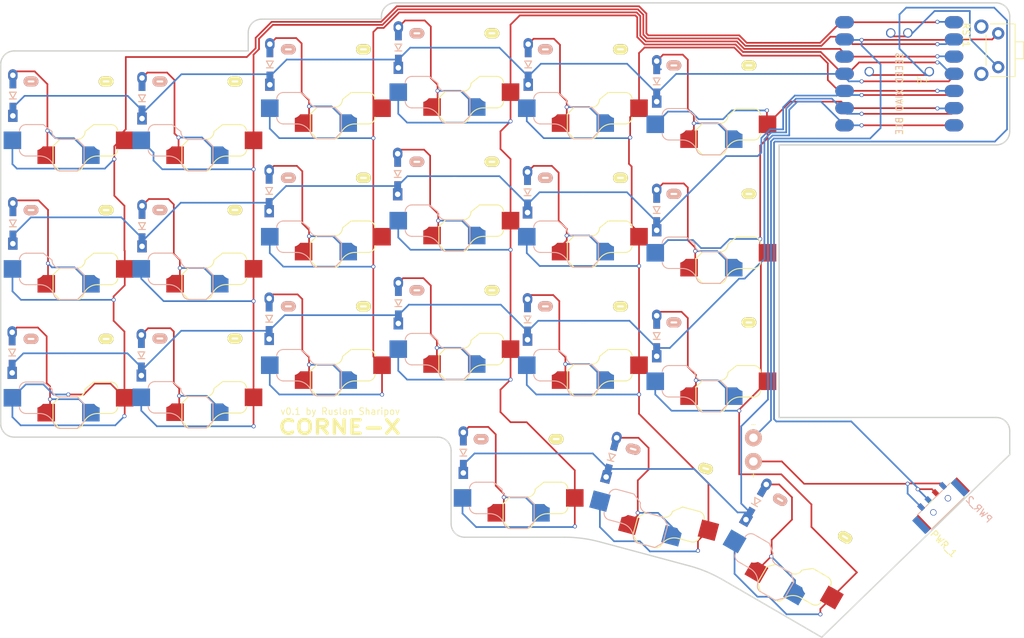
<source format=kicad_pcb>
(kicad_pcb (version 20221018) (generator pcbnew)
  (title_block (title "Corne Light") (date "2020-11-12") (rev "2.0") (company "foostan"))
  (layers (0 "F.Cu" signal) (31 "B.Cu" signal) (34 "B.Paste" user) (35 "F.Paste" user) (36 "B.SilkS" user "B.Silkscreen") (37 "F.SilkS" user "F.Silkscreen") (38 "B.Mask" user) (39 "F.Mask" user) (44 "Edge.Cuts" user))
  (net 0 "")
  (net 1 "row0")
  (net 2 "row1")
  (net 3 "row2")
  (net 4 "row3")
  (net 5 "VBAT")
  (net 6 "col0")
  (net 7 "col1")
  (net 8 "col2")
  (net 9 "col3")
  (net 10 "col4")
  (net 11 "GND")
  (net 12 "Net-(D2-A)")
  (net 13 "Net-(D3-A)")
  (net 14 "Net-(D4-A)")
  (net 15 "Net-(D5-A)")
  (net 16 "Net-(D6-A)")
  (net 18 "Net-(D8-A)")
  (net 19 "Net-(D9-A)")
  (net 20 "Net-(D10-A)")
  (net 21 "Net-(D11-A)")
  (net 22 "Net-(D12-A)")
  (net 24 "Net-(D14-A)")
  (net 25 "Net-(D15-A)")
  (net 26 "Net-(D16-A)")
  (net 27 "Net-(D17-A)")
  (net 28 "Net-(D18-A)")
  (net 29 "Net-(D19-A)")
  (net 30 "Net-(D20-A)")
  (net 31 "Net-(D21-A)")
  (net 33 "BAT+")
  (net 34 "Net-(D1-A)")
  (net 35 "Net-(D7-A)")
  (net 36 "Net-(D13-A)")
  (net 38 "RESET")
  (net 41 "col5")
  (net 43 "unconnected-(PWR_2-A-Pad1)")
  (footprint "kbd:keyswitch_chock12_hotswap_1u_reversible" (layer "F.Cu") (at 117.1875 43.545)
    (fp_text reference "SW6" hide)
    (fp_text value "SW_PUSH" hide)
  )
  (footprint "kbd:keyswitch_chock12_hotswap_1u_reversible" (layer "F.Cu") (at 98.1875 41.17)
    (fp_text reference "SW5" hide)
    (fp_text value "SW_PUSH" hide)
  )
  (footprint "kbd:keyswitch_chock12_hotswap_1u_reversible" (layer "F.Cu") (at 79.1875 38.795)
    (fp_text reference "SW4" hide)
    (fp_text value "SW_PUSH" hide)
  )
  (footprint "kbd:keyswitch_chock12_hotswap_1u_reversible" (layer "F.Cu") (at 60.1875 41.17)
    (fp_text reference "SW3" hide)
    (fp_text value "SW_PUSH" hide)
  )
  (footprint "kbd:keyswitch_chock12_hotswap_1u_reversible" (layer "F.Cu") (at 41.1875 45.92)
    (fp_text reference "SW2" hide)
    (fp_text value "SW_PUSH" hide)
  )
  (footprint "kbd:keyswitch_chock12_hotswap_1u_reversible" (layer "F.Cu") (at 117.1875 81.545)
    (fp_text reference "SW18" hide)
    (fp_text value "SW_PUSH" hide)
  )
  (footprint "kbd:keyswitch_chock12_hotswap_1u_reversible" (layer "F.Cu") (at 129.65 109.86314 -30)
    (fp_text reference "SW21" hide)
    (fp_text value "SW_PUSH" hide)
  )
  (footprint "kbd:keyswitch_chock12_hotswap_1u_reversible" (layer "F.Cu") (at 109.6875 101.545 -15)
    (fp_text reference "SW20" hide)
    (fp_text value "SW_PUSH" hide)
  )
  (footprint "kbd:keyswitch_chock12_hotswap_1u_reversible" (layer "F.Cu") (at 88.6875 98.795)
    (fp_text reference "SW19" hide)
    (fp_text value "SW_PUSH" hide)
  )
  (footprint "kbd:keyswitch_chock12_hotswap_1u_reversible" (layer "F.Cu") (at 98.1875 79.17)
    (fp_text reference "SW17" hide)
    (fp_text value "SW_PUSH" hide)
  )
  (footprint "kbd:keyswitch_chock12_hotswap_1u_reversible" (layer "F.Cu") (at 79.1875 76.795)
    (fp_text reference "SW16" hide)
    (fp_text value "SW_PUSH" hide)
  )
  (footprint "kbd:keyswitch_chock12_hotswap_1u_reversible" (layer "F.Cu") (at 60.1875 79.17)
    (fp_text reference "SW15" hide)
    (fp_text value "SW_PUSH" hide)
  )
  (footprint "kbd:keyswitch_chock12_hotswap_1u_reversible" (layer "F.Cu") (at 41.1875 83.92)
    (fp_text reference "SW14" hide)
    (fp_text value "SW_PUSH" hide)
  )
  (footprint "kbd:keyswitch_chock12_hotswap_1u_reversible" (layer "F.Cu") (at 117.1875 62.545)
    (fp_text reference "SW12" hide)
    (fp_text value "SW_PUSH" hide)
  )
  (footprint "kbd:keyswitch_chock12_hotswap_1u_reversible" (layer "F.Cu") (at 98.1875 60.17)
    (fp_text reference "SW11" hide)
    (fp_text value "SW_PUSH" hide)
  )
  (footprint "kbd:keyswitch_chock12_hotswap_1u_reversible" (layer "F.Cu") (at 79.1875 57.795)
    (fp_text reference "SW10" hide)
    (fp_text value "SW_PUSH" hide)
  )
  (footprint "kbd:keyswitch_chock12_hotswap_1u_reversible" (layer "F.Cu") (at 60.1875 60.17)
    (fp_text reference "SW9" hide)
    (fp_text value "SW_PUSH" hide)
  )
  (footprint "kbd:keyswitch_chock12_hotswap_1u_reversible" (layer "F.Cu") (at 41.1875 64.92)
    (fp_text reference "SW8" hide)
    (fp_text value "SW_PUSH" hide)
  )
  (footprint "" (layer "F.Cu") (at 86.75 88.4)
    (fp_text reference "")
    (fp_text value "")
  )
  (footprint "kbd:M2_HOLE_v2" (layer "F.Cu") (at 157.9 46.6)
    (fp_text reference "Ref**" hide)
    (fp_text value "Val**" hide)
  )
  (footprint "" (layer "F.Cu") (at 29.75 74.4)
    (fp_text reference "")
    (fp_text value "")
  )
  (footprint "kbd:keyswitch_chock12_hotswap_1u_reversible" (layer "F.Cu") (at 22.135 45.915)
    (fp_text reference "SW1" hide)
    (fp_text value "SW_PUSH" hide)
  )
  (footprint "TOTEMlib:xiao-ble-smd-cutout-one-side" (layer "F.Cu") (at 144.97 39.78)
    (fp_text reference "U1" hide)
    (fp_text value "xiao-ble" hide)
    (fp_arc (start -4.699 -0.7488) (mid -4.095391 -0.666609) (end -4.0132 -0.063) (stroke (width 0.12)) (layer "Edge.Cuts"))
    (fp_arc (start -1.524 -6.4638) (mid -0.920391 -6.381609) (end -0.8382 -5.778) (stroke (width 0.12)) (layer "Edge.Cuts"))
  )
  (footprint "" (layer "F.Cu") (at 157.9 94)
    (fp_text reference "")
    (fp_text value "")
  )
  (footprint "" (layer "F.Cu") (at 131.95 94)
    (fp_text reference "")
    (fp_text value "")
  )
  (footprint "TOTEMlib:SKHLLCA010_reversible" (layer "F.Cu") (at 158.35 36.3 -90)
    (fp_text reference "RST1")
    (fp_text value "SW_Push")
  )
  (footprint "TOTEMlib:MSK12C02" (layer "F.Cu") (at 149.357392 107.187946 134.2)
    (fp_text reference "PWR_1")
    (fp_text value "SW_SPDT")
  )
  (footprint "kbd:keyswitch_chock12_hotswap_1u_reversible" (layer "F.Cu") (at 22.145 64.935)
    (fp_text reference "SW7" hide)
    (fp_text value "SW_PUSH" hide)
  )
  (footprint "TOTEMlib:BatteryPad" (layer "F.Cu") (at 123.4 93.6 180)
    (fp_text reference "BATGND1" hide)
    (fp_text value "-")
  )
  (footprint "" (layer "F.Cu") (at 86.75 49.6)
    (fp_text reference "")
    (fp_text value "")
  )
  (footprint "kbd:keyswitch_chock12_hotswap_1u_reversible" (layer "F.Cu") (at 22.135 83.985)
    (fp_text reference "SW13" hide)
    (fp_text value "SW_PUSH" hide)
  )
  (footprint "" (layer "F.Cu") (at 29.75 55.4)
    (fp_text reference "")
    (fp_text value "")
  )
  (footprint "" (layer "F.Cu") (at 130 46.6)
    (fp_text reference "")
    (fp_text value "")
  )
  (footprint "TOTEMlib:BatteryPad" (layer "F.Cu") (at 123.4 97.1 180)
    (fp_text reference "BAT+1" hide)
    (fp_text value "+")
  )
  (footprint "" (layer "F.Cu") (at 157.9 94)
    (fp_text reference "")
    (fp_text value "")
  )
  (footprint "kbd:D3_TH_reversible" (layer "B.Cu") (at 32.9 81.4 90)
    (fp_text reference "D14" hide)
    (fp_text value "D" hide)
  )
  (footprint "kbd:D3_TH_reversible" (layer "B.Cu") (at 33 62.3 90)
    (fp_text reference "D8" hide)
    (fp_text value "D" hide)
  )
  (footprint "kbd:D3_TH_reversible" (layer "B.Cu") (at 33 43.4 90)
    (fp_text reference "D2" hide)
    (fp_text value "D" hide)
  )
  (footprint "kbd:D3_TH_reversible" (layer "B.Cu") (at 123.8 103.1 60)
    (fp_text reference "D21" hide)
    (fp_text value "D" hide)
  )
  (footprint "kbd:D3_TH_reversible" (layer "B.Cu") (at 102.4 96.5 75)
    (fp_text reference "D20" hide)
    (fp_text value "D" hide)
  )
  (footprint "kbd:D3_TH_reversible" (layer "B.Cu") (at 80.5075 95.8 90)
    (fp_text reference "D19" hide)
    (fp_text value "D" hide)
  )
  (footprint "kbd:D3_TH_reversible" (layer "B.Cu") (at 109.1 78.55 90)
    (fp_text reference "D18" hide)
    (fp_text value "D" hide)
  )
  (footprint "kbd:D3_TH_reversible" (layer "B.Cu") (at 90 76.1 90)
    (fp_text reference "D17" hide)
    (fp_text value "D" hide)
  )
  (footprint "kbd:D3_TH_reversible" (layer "B.Cu") (at 70.9 73.7 90)
    (fp_text reference "D16" hide)
    (fp_text value "D" hide)
  )
  (footprint "kbd:D3_TH_reversible" (layer "B.Cu") (at 51.8 76 90)
    (fp_text reference "D15" hide)
    (fp_text value "D" hide)
  )
  (footprint "kbd:D3_TH_reversible" (layer "B.Cu") (at 109.1 59.92 90)
    (fp_text reference "D12" hide)
    (fp_text value "D" hide)
  )
  (footprint "kbd:D3_TH_reversible" (layer "B.Cu") (at 90 57.3 90)
    (fp_text reference "D11" hide)
    (fp_text value "D" hide)
  )
  (footprint "kbd:D3_TH_reversible" (layer "B.Cu") (at 70.8 54.6 90)
    (fp_text reference "D10" hide)
    (fp_text value "D" hide)
  )
  (footprint "kbd:D3_TH_reversible" (layer "B.Cu") (at 51.8 57.1 90)
    (fp_text reference "D9" hide)
    (fp_text value "D" hide)
  )
  (footprint "kbd:D3_TH_reversible" (layer "B.Cu") (at 109.1 40.9 90)
    (fp_text reference "D6" hide)
    (fp_text value "D" hide)
  )
  (footprint "kbd:D3_TH_reversible" (layer "B.Cu") (at 90.1 38.4 90)
    (fp_text reference "D5" hide)
    (fp_text value "D" hide)
  )
  (footprint "kbd:D3_TH_reversible" (layer "B.Cu") (at 70.9 35.9 90)
    (fp_text reference "D4" hide)
    (fp_text value "D" hide)
  )
  (footprint "kbd:D3_TH_reversible" (layer "B.Cu") (at 51.9 38.4 90)
    (fp_text reference "D3" hide)
    (fp_text value "D" hide)
  )
  (footprint "TOTEMlib:xiao-ble-smd-cutout-one-side" (layer "B.Cu") (at 144.97 39.78 180)
    (fp_text reference "U4" hide)
    (fp_text value "xiao-ble" hide)
    (fp_arc (start -4.0132 0.063) (mid -4.095391 0.666609) (end -4.699 0.7488) (stroke (width 0.12)) (layer "Edge.Cuts"))
    (fp_arc (start -0.8382 5.778) (mid -0.920391 6.381609) (end -1.524 6.4638) (stroke (width 0.12)) (layer "Edge.Cuts"))
  )
  (footprint "TOTEMlib:MSK12C02" (layer "B.Cu") (at 154.734063 101.959238 134.2)
    (fp_text reference "PWR_2")
    (fp_text value "SW_SPDT")
  )
  (footprint "kbd:D3_TH_reversible" (layer "B.Cu") (at 13.9 43 90)
    (fp_text reference "D1" hide)
    (fp_text value "D" hide)
  )
  (footprint "kbd:D3_TH_reversible" (layer "B.Cu") (at 13.9 61.9 90)
    (fp_text reference "D7" hide)
    (fp_text value "D" hide)
  )
  (footprint "kbd:D3_TH_reversible" (layer "B.Cu") (at 13.8 81 90)
    (fp_text reference "D13" hide)
    (fp_text value "D" hide)
  )
  (gr_arc (start 161.3 48.3) (mid 160.714214 49.714214) (end 159.3 50.3) (stroke (width 0.2)) (layer "Edge.Cuts"))
  (gr_arc (start 80.7 108.3) (mid 79.285786 107.714214) (end 78.7 106.3) (stroke (width 0.2)) (layer "Edge.Cuts"))
  (gr_line (start 48.7 36.4) (end 14.1 36.4) (stroke (width 0.2)) (layer "Edge.Cuts"))
  (gr_arc (start 113.958639 112.549933) (mid 116.434067 113.390192) (end 118.778756 114.546138) (stroke (width 0.2)) (layer "Edge.Cuts"))
  (gr_arc (start 48.7 33.7) (mid 49.285786 32.285786) (end 50.7 31.7) (stroke (width 0.2)) (layer "Edge.Cuts"))
  (gr_line (start 100.643666 108.981673) (end 113.958639 112.549933) (stroke (width 0.2)) (layer "Edge.Cuts"))
  (gr_line (start 14.1 93.5) (end 76.7 93.5) (stroke (width 0.2)) (layer "Edge.Cuts"))
  (gr_arc (start 76.7 93.5) (mid 78.114214 94.085786) (end 78.7 95.5) (stroke (width 0.2)) (layer "Edge.Cuts"))
  (gr_arc (start 14.1 93.5) (mid 12.685786 92.914214) (end 12.1 91.5) (stroke (width 0.2)) (layer "Edge.Cuts"))
  (gr_line (start 48.7 33.7) (end 48.7 36.4) (stroke (width 0.2)) (layer "Edge.Cuts"))
  (gr_line (start 161.3 92.6) (end 161.3 96.1) (stroke (width 0.2)) (layer "Edge.Cuts"))
  (gr_line (start 80.7 108.3) (end 95.466577 108.3) (stroke (width 0.2)) (layer "Edge.Cuts"))
  (gr_line (start 68.4 31.7) (end 50.7 31.7) (stroke (width 0.2)) (layer "Edge.Cuts"))
  (gr_line (start 133.5 123.1) (end 161.3 96.1) (stroke (width 0.2)) (layer "Edge.Cuts"))
  (gr_arc (start 68.4 31.3) (mid 68.985786 29.885786) (end 70.4 29.3) (stroke (width 0.2)) (layer "Edge.Cuts"))
  (gr_line (start 159.3 29.3) (end 70.4 29.3) (stroke (width 0.2)) (layer "Edge.Cuts"))
  (gr_arc (start 95.466577 108.3) (mid 98.077465 108.471148) (end 100.643666 108.981673) (stroke (width 0.2)) (layer "Edge.Cuts"))
  (gr_line (start 127.2 50.3) (end 159.3 50.3) (stroke (width 0.2)) (layer "Edge.Cuts"))
  (gr_line (start 127.2 90.6) (end 127.2 50.3) (stroke (width 0.2)) (layer "Edge.Cuts"))
  (gr_line (start 118.778756 114.546138) (end 133.5 123.1) (stroke (width 0.2)) (layer "Edge.Cuts"))
  (gr_line (start 78.7 95.5) (end 78.7 106.3) (stroke (width 0.2)) (layer "Edge.Cuts"))
  (gr_arc (start 159.3 90.6) (mid 160.714214 91.185786) (end 161.3 92.6) (stroke (width 0.2)) (layer "Edge.Cuts"))
  (gr_line (start 68.4 31.3) (end 68.4 31.7) (stroke (width 0.2)) (layer "Edge.Cuts"))
  (gr_line (start 12.1 38.4) (end 12.1 91.5) (stroke (width 0.2)) (layer "Edge.Cuts"))
  (gr_arc (start 159.3 29.3) (mid 160.714214 29.885786) (end 161.3 31.3) (stroke (width 0.2)) (layer "Edge.Cuts"))
  (gr_line (start 159.3 90.6) (end 127.2 90.6) (stroke (width 0.2)) (layer "Edge.Cuts"))
  (gr_arc (start 12.1 38.4) (mid 12.685786 36.985786) (end 14.1 36.4) (stroke (width 0.2)) (layer "Edge.Cuts"))
  (gr_line (start 161.3 31.3) (end 161.3 48.3) (stroke (width 0.2)) (layer "Edge.Cuts"))
  (gr_text "v0.1 by Ruslan Sharipov" (at 53.4 89.7) (layer "F.SilkS") (effects (font (size 1 0.95) (thickness 0.125)) (justify left)))
  (gr_text "CORNE-X" (at 52.9 93.2) (layer "F.SilkS") (effects (font (size 2 2.5) (thickness 0.5) bold) (justify left bottom)))
  (segment (start 153.399332 39.78) (end 152.279332 40.9) (width 0.25) (layer "F.Cu") (net 1))
  (segment (start 153.54 39.78) (end 153.399332 39.78) (width 0.25) (layer "F.Cu") (net 1))
  (segment (start 152.279332 40.9) (end 139.4 40.9) (width 0.25) (layer "F.Cu") (net 1))
  (via (at 139.4 40.9) (size 0.6) (drill 0.4) (layers "F.Cu" "B.Cu") (net 1))
  (segment (start 33 45.175) (end 33.5 45.175) (width 0.25) (layer "B.Cu") (net 1))
  (segment (start 51.57 39.845) (end 51.9 40.175) (width 0.25) (layer "B.Cu") (net 1))
  (segment (start 33.5 45.175) (end 38.83 39.845) (width 0.25) (layer "B.Cu") (net 1))
  (segment (start 13.9 44.775) (end 15.635 43.04) (width 0.25) (layer "B.Cu") (net 1))
  (segment (start 91.98 38.295) (end 104.72 38.295) (width 0.25) (layer "B.Cu") (net 1))
  (segment (start 104.72 38.295) (end 109.1 42.675) (width 0.25) (layer "B.Cu") (net 1))
  (segment (start 54.4 37.675) (end 70.9 37.675) (width 0.25) (layer "B.Cu") (net 1))
  (segment (start 139.4 40.9) (end 137.52 40.9) (width 0.25) (layer "B.Cu") (net 1))
  (segment (start 90.1 40.175) (end 91.98 38.295) (width 0.25) (layer "B.Cu") (net 1))
  (segment (start 85.845 35.92) (end 90.1 40.175) (width 0.25) (layer "B.Cu") (net 1))
  (segment (start 30.865 43.04) (end 33 45.175) (width 0.25) (layer "B.Cu") (net 1))
  (segment (start 15.635 43.04) (end 30.865 43.04) (width 0.25) (layer "B.Cu") (net 1))
  (segment (start 70.9 37.675) (end 72.655 35.92) (width 0.25) (layer "B.Cu") (net 1))
  (segment (start 137.52 40.9) (end 136.4 39.78) (width 0.25) (layer "B.Cu") (net 1))
  (segment (start 136.38 39.8) (end 136.4 39.78) (width 0.25) (layer "B.Cu") (net 1))
  (segment (start 111.975 39.8) (end 136.38 39.8) (width 0.25) (layer "B.Cu") (net 1))
  (segment (start 51.9 40.175) (end 54.4 37.675) (width 0.25) (layer "B.Cu") (net 1))
  (segment (start 72.655 35.92) (end 85.845 35.92) (width 0.25) (layer "B.Cu") (net 1))
  (segment (start 109.1 42.675) (end 111.975 39.8) (width 0.25) (layer "B.Cu") (net 1))
  (segment (start 38.83 39.845) (end 51.57 39.845) (width 0.25) (layer "B.Cu") (net 1))
  (segment (start 139.4005 42.925) (end 139.4 42.9245) (width 0.25) (layer "F.Cu") (net 2))
  (segment (start 152.935 42.925) (end 139.4005 42.925) (width 0.25) (layer "F.Cu") (net 2))
  (segment (start 153.54 42.32) (end 152.935 42.925) (width 0.25) (layer "F.Cu") (net 2))
  (via (at 139.4 42.9245) (size 0.6) (drill 0.4) (layers "F.Cu" "B.Cu") (net 2))
  (segment (start 125.854416 48) (end 124.575 49.279416) (width 0.25) (layer "B.Cu") (net 2))
  (segment (start 70.8 56.375) (end 72.255 54.92) (width 0.25) (layer "B.Cu") (net 2))
  (segment (start 124.05 51.95) (end 119.345 51.95) (width 0.25) (layer "B.Cu") (net 2))
  (segment (start 127.8 48) (end 125.854416 48) (width 0.25) (layer "B.Cu") (net 2))
  (segment (start 124.575 49.279416) (end 124.575 51.425) (width 0.25) (layer "B.Cu") (net 2))
  (segment (start 72.255 54.92) (end 85.845 54.92) (width 0.25) (layer "B.Cu") (net 2))
  (segment (start 109.6 61.695) (end 109.1 61.695) (width 0.25) (layer "B.Cu") (net 2))
  (segment (start 127.8 44.727208) (end 127.8 48) (width 0.25) (layer "B.Cu") (net 2))
  (segment (start 124.575 51.425) (end 124.05 51.95) (width 0.25) (layer "B.Cu") (net 2))
  (segment (start 91.78 57.295) (end 104.7 57.295) (width 0.25) (layer "B.Cu") (net 2))
  (segment (start 104.7 57.295) (end 109.1 61.695) (width 0.25) (layer "B.Cu") (net 2))
  (segment (start 29.935 61.01) (end 33 64.075) (width 0.25) (layer "B.Cu") (net 2))
  (segment (start 51.77 58.845) (end 51.8 58.875) (width 0.25) (layer "B.Cu") (net 2))
  (segment (start 54.3 56.375) (end 70.8 56.375) (width 0.25) (layer "B.Cu") (net 2))
  (segment (start 136.4 42.32) (end 135.72 43) (width 0.25) (layer "B.Cu") (net 2))
  (segment (start 139.4 42.9245) (end 137.0045 42.9245) (width 0.25) (layer "B.Cu") (net 2))
  (segment (start 33 64.075) (end 33.5 64.075) (width 0.25) (layer "B.Cu") (net 2))
  (segment (start 38.73 58.845) (end 51.77 58.845) (width 0.25) (layer "B.Cu") (net 2))
  (segment (start 85.845 54.92) (end 90 59.075) (width 0.25) (layer "B.Cu") (net 2))
  (segment (start 33.2075 63.675) (end 33.2375 63.645) (width 0.25) (layer "B.Cu") (net 2))
  (segment (start 16.565 61.01) (end 29.935 61.01) (width 0.25) (layer "B.Cu") (net 2))
  (segment (start 137.0045 42.9245) (end 136.4 42.32) (width 0.25) (layer "B.Cu") (net 2))
  (segment (start 119.345 51.95) (end 109.6 61.695) (width 0.25) (layer "B.Cu") (net 2))
  (segment (start 90 59.075) (end 91.78 57.295) (width 0.25) (layer "B.Cu") (net 2))
  (segment (start 51.8 58.875) (end 54.3 56.375) (width 0.25) (layer "B.Cu") (net 2))
  (segment (start 33.5 64.075) (end 38.73 58.845) (width 0.25) (layer "B.Cu") (net 2))
  (segment (start 135.72 43) (end 129.527208 43) (width 0.25) (layer "B.Cu") (net 2))
  (segment (start 129.527208 43) (end 127.8 44.727208) (width 0.25) (layer "B.Cu") (net 2))
  (segment (start 13.9 63.675) (end 16.565 61.01) (width 0.25) (layer "B.Cu") (net 2))
  (segment (start 152.7 45.7) (end 139.4 45.7) (width 0.25) (layer "F.Cu") (net 3))
  (segment (start 153.54 44.86) (end 152.7 45.7) (width 0.25) (layer "F.Cu") (net 3))
  (via (at 139.4 45.7) (size 0.6) (drill 0.4) (layers "F.Cu" "B.Cu") (net 3))
  (segment (start 125.025 49.465812) (end 125.025 67.150101) (width 0.25) (layer "B.Cu") (net 3))
  (segment (start 33.4 83.175) (end 38.8 77.775) (width 0.25) (layer "B.Cu") (net 3))
  (segment (start 134.99 43.45) (end 129.713604 43.45) (width 0.25) (layer "B.Cu") (net 3))
  (segment (start 30.835 81.11) (end 32.9 83.175) (width 0.25) (layer "B.Cu") (net 3))
  (segment (start 136.4 44.86) (end 134.99 43.45) (width 0.25) (layer "B.Cu") (net 3))
  (segment (start 111.033667 80.325) (end 109.1 80.325) (width 0.25) (layer "B.Cu") (net 3))
  (segment (start 126.040812 48.45) (end 125.025 49.465812) (width 0.25) (layer "B.Cu") (net 3))
  (segment (start 33.1375 82.725) (end 33.1875 82.675) (width 0.25) (layer "B.Cu") (net 3))
  (segment (start 15.465 81.11) (end 30.835 81.11) (width 0.25) (layer "B.Cu") (net 3))
  (segment (start 91.58 76.295) (end 105.07 76.295) (width 0.25) (layer "B.Cu") (net 3))
  (segment (start 139.4 45.7) (end 137.24 45.7) (width 0.25) (layer "B.Cu") (net 3))
  (segment (start 128.25 44.913604) (end 128.25 48.45) (width 0.25) (layer "B.Cu") (net 3))
  (segment (start 125.025 67.150101) (end 122.105101 70.07) (width 0.25) (layer "B.Cu") (net 3))
  (segment (start 128.25 48.45) (end 126.040812 48.45) (width 0.25) (layer "B.Cu") (net 3))
  (segment (start 54.1 75.475) (end 70.9 75.475) (width 0.25) (layer "B.Cu") (net 3))
  (segment (start 13.8 82.775) (end 15.465 81.11) (width 0.25) (layer "B.Cu") (net 3))
  (segment (start 137.24 45.7) (end 136.4 44.86) (width 0.25) (layer "B.Cu") (net 3))
  (segment (start 86.045 73.92) (end 90 77.875) (width 0.25) (layer "B.Cu") (net 3))
  (segment (start 72.455 73.92) (end 86.045 73.92) (width 0.25) (layer "B.Cu") (net 3))
  (segment (start 121.288667 70.07) (end 111.033667 80.325) (width 0.25) (layer "B.Cu") (net 3))
  (segment (start 105.07 76.295) (end 109.1 80.325) (width 0.25) (layer "B.Cu") (net 3))
  (segment (start 38.8 77.775) (end 51.8 77.775) (width 0.25) (layer "B.Cu") (net 3))
  (segment (start 32.9 83.175) (end 33.4 83.175) (width 0.25) (layer "B.Cu") (net 3))
  (segment (start 90 77.875) (end 91.58 76.295) (width 0.25) (layer "B.Cu") (net 3))
  (segment (start 51.8 77.775) (end 54.1 75.475) (width 0.25) (layer "B.Cu") (net 3))
  (segment (start 129.713604 43.45) (end 128.25 44.913604) (width 0.25) (layer "B.Cu") (net 3))
  (segment (start 70.9 75.475) (end 72.455 73.92) (width 0.25) (layer "B.Cu") (net 3))
  (segment (start 122.105101 70.07) (end 121.288667 70.07) (width 0.25) (layer "B.Cu") (net 3))
  (segment (start 153.54 47.4) (end 139.4 47.4) (width 0.25) (layer "F.Cu") (net 4))
  (via (at 139.4 47.4) (size 0.6) (drill 0.4) (layers "F.Cu" "B.Cu") (net 4))
  (segment (start 128.7 48.9) (end 126.227208 48.9) (width 0.25) (layer "B.Cu") (net 4))
  (segment (start 114.639211 98.214518) (end 121.061888 104.637195) (width 0.25) (layer "B.Cu") (net 4))
  (segment (start 121.6 103.324695) (end 122.9125 104.637195) (width 0.25) (layer "B.Cu") (net 4))
  (segment (start 128.7 45.1) (end 128.7 48.9) (width 0.25) (layer "B.Cu") (net 4))
  (segment (start 133.4 43.9) (end 129.9 43.9) (width 0.25) (layer "B.Cu") (net 4))
  (segment (start 121.061888 104.637195) (end 122.9125 104.637195) (width 0.25) (layer "B.Cu") (net 4))
  (segment (start 136.4 46.9) (end 133.4 43.9) (width 0.25) (layer "B.Cu") (net 4))
  (segment (start 101.940596 98.214518) (end 114.639211 98.214518) (width 0.25) (layer "B.Cu") (net 4))
  (segment (start 82.1625 95.92) (end 99.646078 95.92) (width 0.25) (layer "B.Cu") (net 4))
  (segment (start 125.55 49.577208) (end 125.55 87.95) (width 0.25) (layer "B.Cu") (net 4))
  (segment (start 139.4 47.4) (end 136.6185 47.4) (width 0.25) (layer "B.Cu") (net 4))
  (segment (start 99.646078 95.92) (end 101.940596 98.214518) (width 0.25) (layer "B.Cu") (net 4))
  (segment (start 125.55 87.95) (end 121.6 91.9) (width 0.25) (layer "B.Cu") (net 4))
  (segment (start 126.227208 48.9) (end 125.55 49.577208) (width 0.25) (layer "B.Cu") (net 4))
  (segment (start 136.4 47.4) (end 136.4 46.9) (width 0.25) (layer "B.Cu") (net 4))
  (segment (start 129.9 43.9) (end 128.7 45.1) (width 0.25) (layer "B.Cu") (net 4))
  (segment (start 80.5075 97.575) (end 82.1625 95.92) (width 0.25) (layer "B.Cu") (net 4))
  (segment (start 121.6 91.9) (end 121.6 103.324695) (width 0.25) (layer "B.Cu") (net 4))
  (segment (start 151.074339 100.357253) (end 151.427927 100.710841) (width 0.25) (layer "F.Cu") (net 5))
  (segment (start 146.2 100.4) (end 146.242747 100.357253) (width 0.25) (layer "F.Cu") (net 5))
  (segment (start 146.242747 100.357253) (end 151.074339 100.357253) (width 0.25) (layer "F.Cu") (net 5))
  (segment (start 146.2 100.4) (end 130.9 100.4) (width 0.25) (layer "F.Cu") (net 5))
  (segment (start 130.9 100.4) (end 127.6 97.1) (width 0.25) (layer "F.Cu") (net 5))
  (segment (start 127.6 97.1) (end 123.4 97.1) (width 0.25) (layer "F.Cu") (net 5))
  (via (at 146.2 100.4) (size 0.6) (drill 0.4) (layers "F.Cu" "B.Cu") (net 5))
  (segment (start 146.2 101.846444) (end 148.201671 103.848115) (width 0.25) (layer "B.Cu") (net 5))
  (segment (start 146.2 100.4) (end 146.2 101.846444) (width 0.25) (layer "B.Cu") (net 5))
  (segment (start 30.4 59.3) (end 30.4 65.9) (width 0.25) (layer "F.Cu") (net 6))
  (segment (start 122.412728 35.2) (end 133.263604 35.2) (width 0.25) (layer "F.Cu") (net 6))
  (segment (start 48.5 37.3) (end 49.8 36) (width 0.25) (layer "F.Cu") (net 6))
  (segment (start 133.263604 35.2) (end 136.303604 32.16) (width 0.25) (layer "F.Cu") (net 6))
  (segment (start 29.7915 49.615) (end 29.3765 49.2) (width 0.25) (layer "F.Cu") (net 6))
  (segment (start 30.445 65.945) (end 30.445 68.635) (width 0.25) (layer "F.Cu") (net 6))
  (segment (start 30.4 90.4) (end 30.435 90.365) (width 0.25) (layer "F.Cu") (net 6))
  (segment (start 150.54 32.16) (end 150.6 32.1) (width 0.25) (layer "F.Cu") (net 6))
  (segment (start 30.445 68.635) (end 30.445 71.055) (width 0.25) (layer "F.Cu") (net 6))
  (segment (start 106.5 29.8) (end 107.575 30.875) (width 0.25) (layer "F.Cu") (net 6))
  (segment (start 22.1 87.2) (end 24.4 87.2) (width 0.25) (layer "F.Cu") (net 6))
  (segment (start 28.8 73.2) (end 28.8 76.3) (width 0.25) (layer "F.Cu") (net 6))
  (segment (start 49.8 36) (end 49.8 34.463604) (width 0.25) (layer "F.Cu") (net 6))
  (segment (start 28.9 57.8) (end 30.4 59.3) (width 0.25) (layer "F.Cu") (net 6))
  (segment (start 30.435 90.365) (end 30.435 87.685) (width 0.25) (layer "F.Cu") (net 6))
  (segment (start 70.659099 29.8) (end 106.5 29.8) (width 0.25) (layer "F.Cu") (net 6))
  (segment (start 136.303604 32.16) (end 137.35 32.16) (width 0.25) (layer "F.Cu") (net 6))
  (segment (start 121.312728 34.1) (end 122.412728 35.2) (width 0.25) (layer "F.Cu") (net 6))
  (segment (start 26 85.6) (end 28.35 85.6) (width 0.25) (layer "F.Cu") (net 6))
  (segment (start 28.9 52.4) (end 28.9 57.8) (width 0.25) (layer "F.Cu") (net 6))
  (segment (start 28.9 52.4) (end 28.9 50.50165) (width 0.25) (layer "F.Cu") (net 6))
  (segment (start 30.6 47.9765) (end 30.6 37.3) (width 0.25) (layer "F.Cu") (net 6))
  (segment (start 49.8 34.463604) (end 52.163604 32.1) (width 0.25) (layer "F.Cu") (net 6))
  (segment (start 137.35 32.16) (end 150.54 32.16) (width 0.25) (layer "F.Cu") (net 6))
  (segment (start 24.4 87.2) (end 26 85.6) (width 0.25) (layer "F.Cu") (net 6))
  (segment (start 107.575 30.875) (end 107.575 33.799544) (width 0.25) (layer "F.Cu") (net 6))
  (segment (start 28.35 85.6) (end 30.435 87.685) (width 0.25) (layer "F.Cu") (net 6))
  (segment (start 107.875456 34.1) (end 121.312728 34.1) (width 0.25) (layer "F.Cu") (net 6))
  (segment (start 30.1115 68.635) (end 29.3765 67.9) (width 0.25) (layer "F.Cu") (net 6))
  (segment (start 30.4 77.9) (end 30.4 87.65) (width 0.25) (layer "F.Cu") (net 6))
  (segment (start 30.6 37.3) (end 48.5 37.3) (width 0.25) (layer "F.Cu") (net 6))
  (segment (start 52.163604 32.1) (end 68.359099 32.1) (width 0.25) (layer "F.Cu") (net 6))
  (segment (start 30.435 49.615) (end 29.7915 49.615) (width 0.25) (layer "F.Cu") (net 6))
  (segment (start 29.3765 49.2) (end 30.6 47.9765) (width 0.25) (layer "F.Cu") (net 6))
  (segment (start 30.445 68.635) (end 30.1115 68.635) (width 0.25) (layer "F.Cu") (net 6))
  (segment (start 107.575 33.799544) (end 107.875456 34.1) (width 0.25) (layer "F.Cu") (net 6))
  (segment (start 30.4 65.9) (end 30.445 65.945) (width 0.25) (layer "F.Cu") (net 6))
  (segment (start 28.8 76.3) (end 30.4 77.9) (width 0.25) (layer "F.Cu") (net 6))
  (segment (start 28.8 72.7) (end 28.8 73.2) (width 0.25) (layer "F.Cu") (net 6))
  (segment (start 30.445 71.055) (end 28.8 72.7) (width 0.25) (layer "F.Cu") (net 6))
  (segment (start 30.4 87.65) (end 30.435 87.685) (width 0.25) (layer "F.Cu") (net 6))
  (segment (start 28.9 50.50165) (end 29.3765 50.02515) (width 0.25) (layer "F.Cu") (net 6))
  (segment (start 68.359099 32.1) (end 70.659099 29.8) (width 0.25) (layer "F.Cu") (net 6))
  (segment (start 29.3765 50.02515) (end 29.3765 49.2) (width 0.25) (layer "F.Cu") (net 6))
  (via (at 28.9 52.4) (size 0.6) (drill 0.4) (layers "F.Cu" "B.Cu") (net 6))
  (via (at 150.6 32.1) (size 0.6) (drill 0.4) (layers "F.Cu" "B.Cu") (net 6))
  (via (at 28.8 73.2) (size 0.6) (drill 0.4) (layers "F.Cu" "B.Cu") (net 6))
  (via (at 22.1 87.2) (size 0.6) (drill 0.4) (layers "F.Cu" "B.Cu") (net 6))
  (via (at 30.4 90.4) (size 0.6) (drill 0.4) (layers "F.Cu" "B.Cu") (net 6))
  (segment (start 15.06 91.76) (end 29.04 91.76) (width 0.25) (layer "B.Cu") (net 6))
  (segment (start 13.845 71.945) (end 15.1 73.2) (width 0.25) (layer "B.Cu") (net 6))
  (segment (start 29.04 91.76) (end 30.4 90.4) (width 0.25) (layer "B.Cu") (net 6))
  (segment (start 13.835 87.685) (end 15.82 85.7) (width 0.25) (layer "B.Cu") (net 6))
  (segment (start 13.835 90.535) (end 15.06 91.76) (width 0.25) (layer "B.Cu") (net 6))
  (segment (start 13.835 53.135) (end 13.835 49.615) (width 0.25) (layer "B.Cu") (net 6))
  (segment (start 28.9 52.4) (end 27.5 53.8) (width 0.25) (layer "B.Cu") (net 6))
  (segment (start 15.1 73.2) (end 28.8 73.2) (width 0.25) (layer "B.Cu") (net 6))
  (segment (start 152.53 32.1) (end 152.59 32.16) (width 0.25) (layer "B.Cu") (net 6))
  (segment (start 19.9 87.2) (end 22.1 87.2) (width 0.25) (layer "B.Cu") (net 6))
  (segment (start 15.82 85.7) (end 18.4 85.7) (width 0.25) (layer "B.Cu") (net 6))
  (segment (start 13.835 87.685) (end 13.835 90.535) (width 0.25) (layer "B.Cu") (net 6))
  (segment (start 27.5 53.8) (end 14.5 53.8) (width 0.25) (layer "B.Cu") (net 6))
  (segment (start 14.5 53.8) (end 13.835 53.135) (width 0.25) (layer "B.Cu") (net 6))
  (segment (start 150.6 32.1) (end 152.53 32.1) (width 0.25) (layer "B.Cu") (net 6))
  (segment (start 18.4 85.7) (end 19.9 87.2) (width 0.25) (layer "B.Cu") (net 6))
  (segment (start 13.845 68.635) (end 13.845 71.945) (width 0.25) (layer "B.Cu") (net 6))
  (segment (start 107.125 31.061396) (end 107.125 33.98594) (width 0.25) (layer "F.Cu") (net 7))
  (segment (start 68.545495 32.55) (end 70.845495 30.25) (width 0.25) (layer "F.Cu") (net 7))
  (segment (start 106.313604 30.25) (end 107.125 31.061396) (width 0.25) (layer "F.Cu") (net 7))
  (segment (start 49.4875 53.9) (end 49.4875 36.948896) (width 0.25) (layer "F.Cu") (net 7))
  (segment (start 107.68906 34.55) (end 121.126332 34.55) (width 0.25) (layer "F.Cu") (net 7))
  (segment (start 49.4875 87.62) (end 49.4875 73.4) (width 0.25) (layer "F.Cu") (net 7))
  (segment (start 52.35 32.55) (end 68.545495 32.55) (width 0.25) (layer "F.Cu") (net 7))
  (segment (start 50.33 68.82) (end 50.35 68.8) (width 0.25) (layer "F.Cu") (net 7))
  (segment (start 137.35 34.7) (end 138.05 35.4) (width 0.25) (layer "F.Cu") (net 7))
  (segment (start 49.4875 36.948896) (end 50.3 36.136396) (width 0.25) (layer "F.Cu") (net 7))
  (segment (start 121.126332 34.55) (end 122.226332 35.65) (width 0.25) (layer "F.Cu") (net 7))
  (segment (start 138.05 35.4) (end 150.6 35.4) (width 0.25) (layer "F.Cu") (net 7))
  (segment (start 50.3 34.6) (end 52.35 32.55) (width 0.25) (layer "F.Cu") (net 7))
  (segment (start 133.45 35.65) (end 134.8 34.3) (width 0.25) (layer "F.Cu") (net 7))
  (segment (start 49.5 91.9) (end 49.4875 91.8875) (width 0.25) (layer "F.Cu") (net 7))
  (segment (start 134.8 34.3) (end 136.95 34.3) (width 0.25) (layer "F.Cu") (net 7))
  (segment (start 122.226332 35.65) (end 133.45 35.65) (width 0.25) (layer "F.Cu") (net 7))
  (segment (start 136.95 34.3) (end 137.35 34.7) (width 0.25) (layer "F.Cu") (net 7))
  (segment (start 49.4875 73.4) (end 49.4875 53.9) (width 0.25) (layer "F.Cu") (net 7))
  (segment (start 50.3 36.136396) (end 50.3 34.6) (width 0.25) (layer "F.Cu") (net 7))
  (segment (start 50.35 86.55) (end 49.08 87.82) (width 0.25) (layer "F.Cu") (net 7))
  (segment (start 49.4875 91.8875) (end 49.4875 87.62) (width 0.25) (layer "F.Cu") (net 7))
  (segment (start 107.125 33.98594) (end 107.68906 34.55) (width 0.25) (layer "F.Cu") (net 7))
  (segment (start 70.845495 30.25) (end 106.313604 30.25) (width 0.25) (layer "F.Cu") (net 7))
  (via (at 49.4875 73.4) (size 0.6) (drill 0.4) (layers "F.Cu" "B.Cu") (net 7))
  (via (at 49.5 91.9) (size 0.6) (drill 0.4) (layers "F.Cu" "B.Cu") (net 7))
  (via (at 49.4875 53.9) (size 0.6) (drill 0.4) (layers "F.Cu" "B.Cu") (net 7))
  (via (at 150.6 35.4) (size 0.6) (drill 0.4) (layers "F.Cu" "B.Cu") (net 7))
  (segment (start 151.89 35.4) (end 152.59 34.7) (width 0.25) (layer "B.Cu") (net 7))
  (segment (start 32.8875 89.5875) (end 35.2 91.9) (width 0.25) (layer "B.Cu") (net 7))
  (segment (start 34.7 52.6) (end 36 53.9) (width 0.25) (layer "B.Cu") (net 7))
  (segment (start 35.2 91.9) (end 49.5 91.9) (width 0.25) (layer "B.Cu") (net 7))
  (segment (start 34.7 51.4325) (end 34.7 52.6) (width 0.25) (layer "B.Cu") (net 7))
  (segment (start 32.8875 68.62) (end 32.8875 70.0875) (width 0.25) (layer "B.Cu") (net 7))
  (segment (start 36 53.9) (end 49.4875 53.9) (width 0.25) (layer "B.Cu") (net 7))
  (segment (start 36.2 73.4) (end 49.4875 73.4) (width 0.25) (layer "B.Cu") (net 7))
  (segment (start 32.8875 70.0875) (end 36.2 73.4) (width 0.25) (layer "B.Cu") (net 7))
  (segment (start 150.6 35.4) (end 151.89 35.4) (width 0.25) (layer "B.Cu") (net 7))
  (segment (start 32.8875 49.62) (end 34.7 51.4325) (width 0.25) (layer "B.Cu") (net 7))
  (segment (start 32.8875 87.62) (end 32.8875 89.5875) (width 0.25) (layer "B.Cu") (net 7))
  (segment (start 136.21 36.1) (end 137.35 37.24) (width 0.25) (layer "F.Cu") (net 8))
  (segment (start 71.031891 30.7) (end 106.127208 30.7) (width 0.25) (layer "F.Cu") (net 8))
  (segment (start 106.675 34.172336) (end 107.502664 35) (width 0.25) (layer "F.Cu") (net 8))
  (segment (start 67.2 68.3) (end 67.2 49.3) (width 0.25) (layer "F.Cu") (net 8))
  (segment (start 67.2 33.6) (end 67.8 33) (width 0.25) (layer "F.Cu") (net 8))
  (segment (start 67.2 49.3) (end 67.2 33.6) (width 0.25) (layer "F.Cu") (net 8))
  (segment (start 107.502664 35) (end 120.939936 35) (width 0.25) (layer "F.Cu") (net 8))
  (segment (start 68.731891 33) (end 71.031891 30.7) (width 0.25) (layer "F.Cu") (net 8))
  (segment (start 67.8 33) (end 68.731891 33) (width 0.25) (layer "F.Cu") (net 8))
  (segment (start 137.35 37.24) (end 150.56 37.24) (width 0.25) (layer "F.Cu") (net 8))
  (segment (start 68.4875 87.2125) (end 68.4875 82.87) (width 0.25) (layer "F.Cu") (net 8))
  (segment (start 68.4875 82.87) (end 67.2 81.5825) (width 0.25) (layer "F.Cu") (net 8))
  (segment (start 67.2 81.5825) (end 67.2 68.3) (width 0.25) (layer "F.Cu") (net 8))
  (segment (start 120.939936 35) (end 122.039936 36.1) (width 0.25) (layer "F.Cu") (net 8))
  (segment (start 106.127208 30.7) (end 106.675 31.247792) (width 0.25) (layer "F.Cu") (net 8))
  (segment (start 150.56 37.24) (end 150.6 37.2) (width 0.25) (layer "F.Cu") (net 8))
  (segment (start 106.675 31.247792) (end 106.675 34.172336) (width 0.25) (layer "F.Cu") (net 8))
  (segment (start 122.039936 36.1) (end 136.21 36.1) (width 0.25) (layer "F.Cu") (net 8))
  (via (at 150.6 37.2) (size 0.6) (drill 0.4) (layers "F.Cu" "B.Cu") (net 8))
  (via (at 67.2 49.3) (size 0.6) (drill 0.4) (layers "F.Cu" "B.Cu") (net 8))
  (via (at 68.4875 87.2125) (size 0.6) (drill 0.4) (layers "F.Cu" "B.Cu") (net 8))
  (via (at 67.2 68.3) (size 0.6) (drill 0.4) (layers "F.Cu" "B.Cu") (net 8))
  (segment (start 68.4875 87.2125) (end 68.475 87.2) (width 0.25) (layer "B.Cu") (net 8))
  (segment (start 53.3 87.2) (end 51.8875 85.7875) (width 0.25) (layer "B.Cu") (net 8))
  (segment (start 150.6 37.2) (end 152.55 37.2) (width 0.25) (layer "B.Cu") (net 8))
  (segment (start 51.8875 47.8875) (end 53.3 49.3) (width 0.25) (layer "B.Cu") (net 8))
  (segment (start 51.8875 66.2875) (end 53.9 68.3) (width 0.25) (layer "B.Cu") (net 8))
  (segment (start 68.475 87.2) (end 53.3 87.2) (width 0.25) (layer "B.Cu") (net 8))
  (segment (start 51.8875 44.87) (end 51.8875 47.8875) (width 0.25) (layer "B.Cu") (net 8))
  (segment (start 152.55 37.2) (end 152.59 37.24) (width 0.25) (layer "B.Cu") (net 8))
  (segment (start 51.8875 63.87) (end 51.8875 66.2875) (width 0.25) (layer "B.Cu") (net 8))
  (segment (start 51.8875 85.7875) (end 51.8875 82.87) (width 0.25) (layer "B.Cu") (net 8))
  (segment (start 53.9 68.3) (end 67.2 68.3) (width 0.25) (layer "B.Cu") (net 8))
  (segment (start 53.3 49.3) (end 67.2 49.3) (width 0.25) (layer "B.Cu") (net 8))
  (segment (start 89.872669 91.3) (end 87.5 91.3) (width 0.25) (layer "F.Cu") (net 9))
  (segment (start 87.4875 61.495) (end 87.4875 52.3875) (width 0.25) (layer "F.Cu") (net 9))
  (segment (start 87.4875 46.8) (end 87.4875 42.495) (width 0.25) (layer "F.Cu") (net 9))
  (segment (start 87.5 91.3) (end 86 89.8) (width 0.25) (layer "F.Cu") (net 9))
  (segment (start 87.4875 32.5125) (end 88.85 31.15) (width 0.25) (layer "F.Cu") (net 9))
  (segment (start 139.03 38.1) (end 150.6 38.1) (width 0.25) (layer "F.Cu") (net 9))
  (segment (start 86 50.9) (end 86 48.3) (width 0.25) (layer "F.Cu") (net 9))
  (segment (start 107.316268 35.45) (end 120.75354 35.45) (width 0.25) (layer "F.Cu") (net 9))
  (segment (start 87.4875 46.8125) (end 87.4875 46.8) (width 0.25) (layer "F.Cu") (net 9))
  (segment (start 120.75354 35.45) (end 121.85354 36.55) (width 0.25) (layer "F.Cu") (net 9))
  (segment (start 97 106.7) (end 96.9875 106.6875) (width 0.25) (layer "F.Cu") (net 9))
  (segment (start 88.85 31.15) (end 105.940812 31.15) (width 0.25) (layer "F.Cu") (net 9))
  (segment (start 133.35 36.55) (end 136.58 39.78) (width 0.25) (layer "F.Cu") (net 9))
  (segment (start 87.4875 65.8) (end 87.4875 61.495) (width 0.25) (layer "F.Cu") (net 9))
  (segment (start 96.9875 102.495) (end 96.9875 98.414831) (width 0.25) (layer "F.Cu") (net 9))
  (segment (start 96.9875 106.6875) (end 96.9875 102.495) (width 0.25) (layer "F.Cu") (net 9))
  (segment (start 137.35 39.78) (end 139.03 38.1) (width 0.25) (layer "F.Cu") (net 9))
  (segment (start 86 89.8) (end 86 86.4875) (width 0.25) (layer "F.Cu") (net 9))
  (segment (start 87.4875 42.495) (end 87.4875 32.5125) (width 0.25) (layer "F.Cu") (net 9))
  (segment (start 121.85354 36.55) (end 133.35 36.55) (width 0.25) (layer "F.Cu") (net 9))
  (segment (start 105.940812 31.15) (end 106.225 31.434188) (width 0.25) (layer "F.Cu") (net 9))
  (segment (start 87.4875 52.3875) (end 86 50.9) (width 0.25) (layer "F.Cu") (net 9))
  (segment (start 87.4875 80.495) (end 87.4875 65.8) (width 0.25) (layer "F.Cu") (net 9))
  (segment (start 87.4875 85) (end 87.4875 80.495) (width 0.25) (layer "F.Cu") (net 9))
  (segment (start 106.225 31.434188) (end 106.225 34.358732) (width 0.25) (layer "F.Cu") (net 9))
  (segment (start 106.225 34.358732) (end 107.316268 35.45) (width 0.25) (layer "F.Cu") (net 9))
  (segment (start 96.9875 98.414831) (end 89.872669 91.3) (width 0.25) (layer "F.Cu") (net 9))
  (segment (start 86 48.3) (end 87.4875 46.8125) (width 0.25) (layer "F.Cu") (net 9))
  (segment (start 136.58 39.78) (end 137.35 39.78) (width 0.25) (layer "F.Cu") (net 9))
  (segment (start 86 86.4875) (end 87.4875 85) (width 0.25) (layer "F.Cu") (net 9))
  (via (at 87.4875 85) (size 0.6) (drill 0.4) (layers "F.Cu" "B.Cu") (net 9))
  (via (at 97 106.7) (size 0.6) (drill 0.4) (layers "F.Cu" "B.Cu") (net 9))
  (via (at 87.4875 65.8) (size 0.6) (drill 0.4) (layers "F.Cu" "B.Cu") (net 9))
  (via (at 87.4875 46.8) (size 0.6) (drill 0.4) (layers "F.Cu" "B.Cu") (net 9))
  (via (at 150.6 38.1) (size 0.6) (drill 0.4) (layers "F.Cu" "B.Cu") (net 9))
  (segment (start 70.8875 42.495) (end 70.8875 45.6875) (width 0.25) (layer "B.Cu") (net 9))
  (segment (start 70.8875 80.495) (end 70.8875 83.6875) (width 0.25) (layer "B.Cu") (net 9))
  (segment (start 80.3875 104.7875) (end 82.4 106.8) (width 0.25) (layer "B.Cu") (net 9))
  (segment (start 150.91 38.1) (end 152.59 39.78) (width 0.25) (layer "B.Cu") (net 9))
  (segment (start 70.8875 61.495) (end 70.8875 63.9875) (width 0.25) (layer "B.Cu") (net 9))
  (segment (start 70.8875 83.6875) (end 72.2 85) (width 0.25) (layer "B.Cu") (net 9))
  (segment (start 87.2875 47) (end 87.4875 46.8) (width 0.25) (layer "B.Cu") (net 9))
  (segment (start 82.4 106.8) (end 96.9 106.8) (width 0.25) (layer "B.Cu") (net 9))
  (segment (start 96.9 106.8) (end 97 106.7) (width 0.25) (layer "B.Cu") (net 9))
  (segment (start 72.2 47) (end 87.2875 47) (width 0.25) (layer "B.Cu") (net 9))
  (segment (start 150.6 38.1) (end 150.91 38.1) (width 0.25) (layer "B.Cu") (net 9))
  (segment (start 70.8875 45.6875) (end 72.2 47) (width 0.25) (layer "B.Cu") (net 9))
  (segment (start 72.7 65.8) (end 87.4875 65.8) (width 0.25) (layer "B.Cu") (net 9))
  (segment (start 80.3875 102.495) (end 80.3875 104.7875) (width 0.25) (layer "B.Cu") (net 9))
  (segment (start 70.8875 63.9875) (end 72.7 65.8) (width 0.25) (layer "B.Cu") (net 9))
  (segment (start 72.2 85) (end 87.4875 85) (width 0.25) (layer "B.Cu") (net 9))
  (segment (start 107.3 35.9) (end 120.567144 35.9) (width 0.25) (layer "F.Cu") (net 10))
  (segment (start 106.4875 63.87) (end 106.4875 63.2875) (width 0.25) (layer "F.Cu") (net 10))
  (segment (start 106.4875 44.87) (end 106.4875 36.7125) (width 0.25) (layer "F.Cu") (net 10))
  (segment (start 105 49.375) (end 105.175 49.2) (width 0.25) (layer "F.Cu") (net 10))
  (segment (start 120.567144 35.9) (end 121.767144 37.1) (width 0.25) (layer "F.Cu") (net 10))
  (segment (start 136.02 42.32) (end 137.35 42.32) (width 0.25) (layer "F.Cu") (net 10))
  (segment (start 105.4 53.5) (end 105 53.1) (width 0.25) (layer "F.Cu") (net 10))
  (segment (start 106.4875 63.2875) (end 105.4 62.2) (width 0.25) (layer "F.Cu") (net 10))
  (segment (start 116.747054 107.267124) (end 116.747054 100.322361) (width 0.25) (layer "F.Cu") (net 10))
  (segment (start 115.2 110.3) (end 115.2 108.814178) (width 0.25) (layer "F.Cu") (net 10))
  (segment (start 105.175 46.1825) (end 106.4875 44.87) (width 0.25) (layer "F.Cu") (net 10))
  (segment (start 106.4875 90.062807) (end 106.4875 87.2) (width 0.25) (layer "F.Cu") (net 10))
  (segment (start 106.4875 87.2) (end 106.4875 82.87) (width 0.25) (layer "F.Cu") (net 10))
  (segment (start 105.4 62.2) (end 105.4 53.5) (width 0.25) (layer "F.Cu") (net 10))
  (segment (start 134.4 40.7) (end 136.02 42.32) (width 0.25) (layer "F.Cu") (net 10))
  (segment (start 106.4875 68.2) (end 106.4875 63.87) (width 0.25) (layer "F.Cu") (net 10))
  (segment (start 105 53.1) (end 105 49.375) (width 0.25) (layer "F.Cu") (net 10))
  (segment (start 134.4 38.236396) (end 134.4 40.7) (width 0.25) (layer "F.Cu") (net 10))
  (segment (start 121.767144 37.1) (end 133.263604 37.1) (width 0.25) (layer "F.Cu") (net 10))
  (segment (start 106.4875 36.7125) (end 107.3 35.9) (width 0.25) (layer "F.Cu") (net 10))
  (segment (start 137.35 42.32) (end 137.37 42.3) (width 0.25) (layer "F.Cu") (net 10))
  (segment (start 133.263604 37.1) (end 134.4 38.236396) (width 0.25) (layer "F.Cu") (net 10))
  (segment (start 115.2 108.814178) (end 116.747054 107.267124) (width 0.25) (layer "F.Cu") (net 10))
  (segment (start 106.4875 82.87) (end 106.4875 68.2) (width 0.25) (layer "F.Cu") (net 10))
  (segment (start 105.175 49.2) (end 105.175 46.1825) (width 0.25) (layer "F.Cu") (net 10))
  (segment (start 137.37 42.3) (end 150.6 42.3) (width 0.25) (layer "F.Cu") (net 10))
  (segment (start 116.747054 100.322361) (end 106.4875 90.062807) (width 0.25) (layer "F.Cu") (net 10))
  (via (at 106.4875 68.2) (size 0.6) (drill 0.4) (layers "F.Cu" "B.Cu") (net 10))
  (via (at 150.6 42.3) (size 0.6) (drill 0.4) (layers "F.Cu" "B.Cu") (net 10))
  (via (at 115.2 110.3) (size 0.6) (drill 0.4) (layers "F.Cu" "B.Cu") (net 10))
  (via (at 105.175 49.2) (size 0.6) (drill 0.4) (layers "F.Cu" "B.Cu") (net 10))
  (via (at 106.4875 87.2) (size 0.6) (drill 0.4) (layers "F.Cu" "B.Cu") (net 10))
  (segment (start 89.8875 44.87) (end 89.8875 46.7875) (width 0.25) (layer "B.Cu") (net 10))
  (segment (start 100.7 106.8) (end 102.8 108.9) (width 0.25) (layer "B.Cu") (net 10))
  (segment (start 106.6 108.9) (end 108.1 110.4) (width 0.25) (layer "B.Cu") (net 10))
  (segment (start 115.1 110.4) (end 115.2 110.3) (width 0.25) (layer "B.Cu") (net 10))
  (segment (start 89.8875 63.87) (end 89.8875 66.2875) (width 0.25) (layer "B.Cu") (net 10))
  (segment (start 100.7 104.329271) (end 100.7 106.8) (width 0.25) (layer "B.Cu") (net 10))
  (segment (start 102.8 108.9) (end 106.6 108.9) (width 0.25) (layer "B.Cu") (net 10))
  (segment (start 89.8875 82.87) (end 89.8875 85.7875) (width 0.25) (layer "B.Cu") (net 10))
  (segment (start 108.1 110.4) (end 115.1 110.4) (width 0.25) (layer "B.Cu") (net 10))
  (segment (start 89.8875 46.7875) (end 92.4 49.3) (width 0.25) (layer "B.Cu") (net 10))
  (segment (start 89.8875 85.7875) (end 91.3 87.2) (width 0.25) (layer "B.Cu") (net 10))
  (segment (start 92.4 49.3) (end 105.075 49.3) (width 0.25) (layer "B.Cu") (net 10))
  (segment (start 152.57 42.3) (end 152.59 42.32) (width 0.25) (layer "B.Cu") (net 10))
  (segment (start 100.712685 102.970727) (end 100.712685 104.316586) (width 0.25) (layer "B.Cu") (net 10))
  (segment (start 150.6 42.3) (end 152.57 42.3) (width 0.25) (layer "B.Cu") (net 10))
  (segment (start 100.712685 104.316586) (end 100.7 104.329271) (width 0.25) (layer "B.Cu") (net 10))
  (segment (start 91.3 87.2) (end 106.4875 87.2) (width 0.25) (layer "B.Cu") (net 10))
  (segment (start 105.075 49.3) (end 105.175 49.2) (width 0.25) (layer "B.Cu") (net 10))
  (segment (start 89.8875 66.2875) (end 91.8 68.2) (width 0.25) (layer "B.Cu") (net 10))
  (segment (start 91.8 68.2) (end 106.4875 68.2) (width 0.25) (layer "B.Cu") (net 10))
  (segment (start 153.54 34.7) (end 153.473593 34.766407) (width 0.25) (layer "F.Cu") (net 11))
  (segment (start 158.7 34.7) (end 153.54 34.7) (width 0.25) (layer "F.Cu") (net 11))
  (segment (start 159.6 33.8) (end 158.7 34.7) (width 0.25) (layer "F.Cu") (net 11))
  (segment (start 153.473593 34.766407) (end 139.409093 34.766407) (width 0.25) (layer "F.Cu") (net 11))
  (segment (start 139.409093 34.766407) (end 139.4 34.7755) (width 0.25) (layer "F.Cu") (net 11))
  (via (at 139.4 34.7755) (size 0.6) (drill 0.4) (layers "F.Cu" "B.Cu") (net 11))
  (segment (start 126.413604 49.35) (end 126 49.763604) (width 0.25) (layer "B.Cu") (net 11))
  (segment (start 139.4 34.7755) (end 136.4755 34.7755) (width 0.25) (layer "B.Cu") (net 11))
  (segment (start 142.2 38.4) (end 142.2 47.8) (width 0.25) (layer "B.Cu") (net 11))
  (segment (start 126 91) (end 123.4 93.6) (width 0.25) (layer "B.Cu") (net 11))
  (segment (start 140.65 49.35) (end 126.413604 49.35) (width 0.25) (layer "B.Cu") (net 11))
  (segment (start 139.4 35.6) (end 142.2 38.4) (width 0.25) (layer "B.Cu") (net 11))
  (segment (start 126 49.763604) (end 126 91) (width 0.25) (layer "B.Cu") (net 11))
  (segment (start 142.2 47.8) (end 140.65 49.35) (width 0.25) (layer "B.Cu") (net 11))
  (segment (start 139.4 34.7755) (end 139.4 35.6) (width 0.25) (layer "B.Cu") (net 11))
  (segment (start 136.4755 34.7755) (end 136.4 34.7) (width 0.25) (layer "B.Cu") (net 11))
  (segment (start 135.9 35.2) (end 136.4 34.7) (width 0.25) (layer "B.Cu") (net 11))
  (segment (start 37.8 40.7) (end 37.8 48.6) (width 0.25) (layer "F.Cu") (net 12))
  (segment (start 38.4 49.2) (end 38.4 51.3075) (width 0.25) (layer "F.Cu") (net 12))
  (segment (start 36.7 39.6) (end 37.8 40.7) (width 0.25) (layer "F.Cu") (net 12))
  (segment (start 33 40.4) (end 33.8 39.6) (width 0.25) (layer "F.Cu") (net 12))
  (segment (start 37.8 48.6) (end 38.4 49.2) (width 0.25) (layer "F.Cu") (net 12))
  (segment (start 38.4 51.3075) (end 37.8875 51.82) (width 0.25) (layer "F.Cu") (net 12))
  (segment (start 33.8 39.6) (end 36.7 39.6) (width 0.25) (layer "F.Cu") (net 12))
  (via (at 38.4 49.2) (size 0.6) (drill 0.4) (layers "F.Cu" "B.Cu") (net 12))
  (segment (start 41.8675 49.2) (end 38.4 49.2) (width 0.25) (layer "B.Cu") (net 12))
  (segment (start 44.4875 51.82) (end 41.8675 49.2) (width 0.25) (layer "B.Cu") (net 12))
  (segment (start 51.9 35.4) (end 52.8 34.5) (width 0.25) (layer "F.Cu") (net 13))
  (segment (start 55.8 34.5) (end 56.6 35.3) (width 0.25) (layer "F.Cu") (net 13))
  (segment (start 57.7 44.6) (end 57.7 46.2575) (width 0.25) (layer "F.Cu") (net 13))
  (segment (start 52.8 34.5) (end 55.8 34.5) (width 0.25) (layer "F.Cu") (net 13))
  (segment (start 56.6 35.3) (end 56.6 42.6) (width 0.25) (layer "F.Cu") (net 13))
  (segment (start 56.6 42.6) (end 57.7 43.7) (width 0.25) (layer "F.Cu") (net 13))
  (segment (start 57.7 43.7) (end 57.7 44.6) (width 0.25) (layer "F.Cu") (net 13))
  (segment (start 57.7 46.2575) (end 56.8875 47.07) (width 0.25) (layer "F.Cu") (net 13))
  (via (at 57.7 44.6) (size 0.6) (drill 0.4) (layers "F.Cu" "B.Cu") (net 13))
  (segment (start 61.0175 44.6) (end 57.7 44.6) (width 0.25) (layer "B.Cu") (net 13))
  (segment (start 63.4875 47.07) (end 61.0175 44.6) (width 0.25) (layer "B.Cu") (net 13))
  (segment (start 70.9 32.9) (end 71.9 31.9) (width 0.25) (layer "F.Cu") (net 14))
  (segment (start 76.7 43.8825) (end 75.8875 44.695) (width 0.25) (layer "F.Cu") (net 14))
  (segment (start 75.7 40.4) (end 76.7 41.4) (width 0.25) (layer "F.Cu") (net 14))
  (segment (start 76.7 42.3) (end 76.7 43.8825) (width 0.25) (layer "F.Cu") (net 14))
  (segment (start 71.9 31.9) (end 74.8 31.9) (width 0.25) (layer "F.Cu") (net 14))
  (segment (start 75.7 32.8) (end 75.7 40.4) (width 0.25) (layer "F.Cu") (net 14))
  (segment (start 74.8 31.9) (end 75.7 32.8) (width 0.25) (layer "F.Cu") (net 14))
  (segment (start 76.7 41.4) (end 76.7 42.3) (width 0.25) (layer "F.Cu") (net 14))
  (via (at 76.7 42.3) (size 0.6) (drill 0.4) (layers "F.Cu" "B.Cu") (net 14))
  (segment (start 82.4875 44.695) (end 80.0925 42.3) (width 0.25) (layer "B.Cu") (net 14))
  (segment (start 80.0925 42.3) (end 76.7 42.3) (width 0.25) (layer "B.Cu") (net 14))
  (segment (start 95.8 44.7) (end 95.8 46.1575) (width 0.25) (layer "F.Cu") (net 15))
  (segment (start 94.8 35.5) (end 94.8 42.8) (width 0.25) (layer "F.Cu") (net 15))
  (segment (start 94.8 42.8) (end 95.8 43.8) (width 0.25) (layer "F.Cu") (net 15))
  (segment (start 95.8 43.8) (end 95.8 44.7) (width 0.25) (layer "F.Cu") (net 15))
  (segment (start 93.9 34.6) (end 94.8 35.5) (width 0.25) (layer "F.Cu") (net 15))
  (segment (start 95.8 46.1575) (end 94.8875 47.07) (width 0.25) (layer "F.Cu") (net 15))
  (segment (start 90.9 34.6) (end 93.9 34.6) (width 0.25) (layer "F.Cu") (net 15))
  (segment (start 90.1 35.4) (end 90.9 34.6) (width 0.25) (layer "F.Cu") (net 15))
  (via (at 95.8 44.7) (size 0.6) (drill 0.4) (layers "F.Cu" "B.Cu") (net 15))
  (segment (start 99.1175 44.7) (end 95.8 44.7) (width 0.25) (layer "B.Cu") (net 15))
  (segment (start 101.4875 47.07) (end 99.1175 44.7) (width 0.25) (layer "B.Cu") (net 15))
  (segment (start 113.7 37.7) (end 113.7 45) (width 0.25) (layer "F.Cu") (net 16))
  (segment (start 114.6 47.1) (end 114.6 48) (width 0.25) (layer "F.Cu") (net 16))
  (segment (start 113.7 45) (end 114.6 45.9) (width 0.25) (layer "F.Cu") (net 16))
  (segment (start 112.95 36.95) (end 113.7 37.7) (width 0.25) (layer "F.Cu") (net 16))
  (segment (start 109.1 37.9) (end 110.05 36.95) (width 0.25) (layer "F.Cu") (net 16))
  (segment (start 114.6 48) (end 113.8875 48.7125) (width 0.25) (layer "F.Cu") (net 16))
  (segment (start 114.6 45.9) (end 114.6 47.1) (width 0.25) (layer "F.Cu") (net 16))
  (segment (start 113.8875 48.7125) (end 113.8875 49.445) (width 0.25) (layer "F.Cu") (net 16))
  (segment (start 110.05 36.95) (end 112.95 36.95) (width 0.25) (layer "F.Cu") (net 16))
  (via (at 114.6 47.1) (size 0.6) (drill 0.4) (layers "F.Cu" "B.Cu") (net 16))
  (segment (start 120.4875 49.445) (end 118.1425 47.1) (width 0.25) (layer "B.Cu") (net 16))
  (segment (start 118.1425 47.1) (end 114.6 47.1) (width 0.25) (layer "B.Cu") (net 16))
  (segment (start 109.1 39.125) (end 109.725 39.125) (width 0.25) (layer "B.Cu") (net 16))
  (segment (start 38.6 68.5) (end 38.6 70.1075) (width 0.25) (layer "F.Cu") (net 18))
  (segment (start 36.9 58.3) (end 37.7 59.1) (width 0.25) (layer "F.Cu") (net 18))
  (segment (start 37.7 59.1) (end 37.7 66.4) (width 0.25) (layer "F.Cu") (net 18))
  (segment (start 33 59.3) (end 34 58.3) (width 0.25) (layer "F.Cu") (net 18))
  (segment (start 38.6 67.3) (end 38.6 68.5) (width 0.25) (layer "F.Cu") (net 18))
  (segment (start 34 58.3) (end 36.9 58.3) (width 0.25) (layer "F.Cu") (net 18))
  (segment (start 37.7 66.4) (end 38.6 67.3) (width 0.25) (layer "F.Cu") (net 18))
  (segment (start 38.6 70.1075) (end 37.8875 70.82) (width 0.25) (layer "F.Cu") (net 18))
  (via (at 38.6 68.5) (size 0.6) (drill 0.4) (layers "F.Cu" "B.Cu") (net 18))
  (segment (start 42.1675 68.5) (end 38.6 68.5) (width 0.25) (layer "B.Cu") (net 18))
  (segment (start 44.4875 70.82) (end 42.1675 68.5) (width 0.25) (layer "B.Cu") (net 18))
  (segment (start 52.5 53.4) (end 55.9 53.4) (width 0.25) (layer "F.Cu") (net 19))
  (segment (start 56.7 61.9) (end 57.7 62.9) (width 0.25) (layer "F.Cu") (net 19))
  (segment (start 55.9 53.4) (end 56.7 54.2) (width 0.25) (layer "F.Cu") (net 19))
  (segment (start 51.8 54.1) (end 52.5 53.4) (width 0.25) (layer "F.Cu") (net 19))
  (segment (start 56.7 54.2) (end 56.7 61.9) (width 0.25) (layer "F.Cu") (net 19))
  (segment (start 57.7 63.8) (end 57.7 65.2575) (width 0.25) (layer "F.Cu") (net 19))
  (segment (start 57.7 62.9) (end 57.7 63.8) (width 0.25) (layer "F.Cu") (net 19))
  (segment (start 57.7 65.2575) (end 56.8875 66.07) (width 0.25) (layer "F.Cu") (net 19))
  (via (at 57.7 63.8) (size 0.6) (drill 0.4) (layers "F.Cu" "B.Cu") (net 19))
  (segment (start 61.2175 63.8) (end 57.7 63.8) (width 0.25) (layer "B.Cu") (net 19))
  (segment (start 63.4875 66.07) (end 61.2175 63.8) (width 0.25) (layer "B.Cu") (net 19))
  (segment (start 76.8 60.5) (end 76.8 61.5) (width 0.25) (layer "F.Cu") (net 20))
  (segment (start 70.8 51.6) (end 71.4 51) (width 0.25) (layer "F.Cu") (net 20))
  (segment (start 76.8 62.7825) (end 75.8875 63.695) (width 0.25) (layer "F.Cu") (net 20))
  (segment (start 74.7 51) (end 75.6 51.9) (width 0.25) (layer "F.Cu") (net 20))
  (segment (start 76.8 61.5) (end 76.8 62.7825) (width 0.25) (layer "F.Cu") (net 20))
  (segment (start 71.4 51) (end 74.7 51) (width 0.25) (layer "F.Cu") (net 20))
  (segment (start 75.6 51.9) (end 75.6 59.3) (width 0.25) (layer "F.Cu") (net 20))
  (segment (start 75.6 59.3) (end 76.8 60.5) (width 0.25) (layer "F.Cu") (net 20))
  (via (at 76.8 61.5) (size 0.6) (drill 0.4) (layers "F.Cu" "B.Cu") (net 20))
  (segment (start 80.2925 61.5) (end 76.8 61.5) (width 0.25) (layer "B.Cu") (net 20))
  (segment (start 82.4875 63.695) (end 80.2925 61.5) (width 0.25) (layer "B.Cu") (net 20))
  (segment (start 95.8 64.4125) (end 94.8875 65.325) (width 0.25) (layer "F.Cu") (net 21))
  (segment (start 94.8875 65.325) (end 94.8875 66.07) (width 0.25) (layer "F.Cu") (net 21))
  (segment (start 95.8 63.7) (end 95.8 64.4125) (width 0.25) (layer "F.Cu") (net 21))
  (segment (start 94.6 61.5) (end 95.8 62.7) (width 0.25) (layer "F.Cu") (net 21))
  (segment (start 90.9 53.4) (end 93.6 53.4) (width 0.25) (layer "F.Cu") (net 21))
  (segment (start 94.6 54.4) (end 94.6 61.5) (width 0.25) (layer "F.Cu") (net 21))
  (segment (start 90 54.3) (end 90.9 53.4) (width 0.25) (layer "F.Cu") (net 21))
  (segment (start 93.6 53.4) (end 94.6 54.4) (width 0.25) (layer "F.Cu") (net 21))
  (segment (start 95.8 62.7) (end 95.8 63.7) (width 0.25) (layer "F.Cu") (net 21))
  (via (at 95.8 63.7) (size 0.6) (drill 0.4) (layers "F.Cu" "B.Cu") (net 21))
  (segment (start 101.4875 66.07) (end 99.1175 63.7) (width 0.25) (layer "B.Cu") (net 21))
  (segment (start 99.1175 63.7) (end 95.8 63.7) (width 0.25) (layer "B.Cu") (net 21))
  (segment (start 109.1 56.92) (end 110.02 56) (width 0.25) (layer "F.Cu") (net 22))
  (segment (start 113.1 56) (end 113.7 56.6) (width 0.25) (layer "F.Cu") (net 22))
  (segment (start 114.8 66) (end 114.8 67.5325) (width 0.25) (layer "F.Cu") (net 22))
  (segment (start 114.8 67.5325) (end 113.8875 68.445) (width 0.25) (layer "F.Cu") (net 22))
  (segment (start 110.02 56) (end 113.1 56) (width 0.25) (layer "F.Cu") (net 22))
  (segment (start 113.7 56.6) (end 113.7 64.4) (width 0.25) (layer "F.Cu") (net 22))
  (segment (start 113.7 64.4) (end 114.8 65.5) (width 0.25) (layer "F.Cu") (net 22))
  (segment (start 114.8 65.5) (end 114.8 66) (width 0.25) (layer "F.Cu") (net 22))
  (via (at 114.8 66) (size 0.6) (drill 0.4) (layers "F.Cu" "B.Cu") (net 22))
  (segment (start 118.0425 66) (end 114.8 66) (width 0.25) (layer "B.Cu") (net 22))
  (segment (start 120.4875 68.445) (end 118.0425 66) (width 0.25) (layer "B.Cu") (net 22))
  (segment (start 37.7 77.9) (end 37.7 85.5) (width 0.25) (layer "F.Cu") (net 24))
  (segment (start 37.2 77.4) (end 37.7 77.9) (width 0.25) (layer "F.Cu") (net 24))
  (segment (start 37.7 85.5) (end 38.5 86.3) (width 0.25) (layer "F.Cu") (net 24))
  (segment (start 33.9 77.4) (end 37.2 77.4) (width 0.25) (layer "F.Cu") (net 24))
  (segment (start 32.9 78.4) (end 33.9 77.4) (width 0.25) (layer "F.Cu") (net 24))
  (segment (start 38.5 89.2075) (end 37.8875 89.82) (width 0.25) (layer "F.Cu") (net 24))
  (segment (start 38.5 86.3) (end 38.5 87.4) (width 0.25) (layer "F.Cu") (net 24))
  (segment (start 38.5 87.4) (end 38.5 89.2075) (width 0.25) (layer "F.Cu") (net 24))
  (via (at 38.5 87.4) (size 0.6) (drill 0.4) (layers "F.Cu" "B.Cu") (net 24))
  (segment (start 44.4875 89.2875) (end 42.6 87.4) (width 0.25) (layer "B.Cu") (net 24))
  (segment (start 44.4875 89.82) (end 44.4875 89.2875) (width 0.25) (layer "B.Cu") (net 24))
  (segment (start 42.6 87.4) (end 38.5 87.4) (width 0.25) (layer "B.Cu") (net 24))
  (segment (start 57.7 84.2575) (end 56.8875 85.07) (width 0.25) (layer "F.Cu") (net 25))
  (segment (start 57.7 82.8) (end 57.7 84.2575) (width 0.25) (layer "F.Cu") (net 25))
  (segment (start 56 72.4) (end 56.7 73.1) (width 0.25) (layer "F.Cu") (net 25))
  (segment (start 57.7 81.7) (end 57.7 82.8) (width 0.25) (layer "F.Cu") (net 25))
  (segment (start 56.7 80.7) (end 57.7 81.7) (width 0.25) (layer "F.Cu") (net 25))
  (segment (start 52.4 72.4) (end 56 72.4) (width 0.25) (layer "F.Cu") (net 25))
  (segment (start 51.8 73) (end 52.4 72.4) (width 0.25) (layer "F.Cu") (net 25))
  (segment (start 56.7 73.1) (end 56.7 80.7) (width 0.25) (layer "F.Cu") (net 25))
  (via (at 57.7 82.8) (size 0.6) (drill 0.4) (layers "F.Cu" "B.Cu") (net 25))
  (segment (start 61.2175 82.8) (end 57.7 82.8) (width 0.25) (layer "B.Cu") (net 25))
  (segment (start 63.4875 85.07) (end 61.2175 82.8) (width 0.25) (layer "B.Cu") (net 25))
  (segment (start 76.6 81.9825) (end 75.8875 82.695) (width 0.25) (layer "F.Cu") (net 26))
  (segment (start 70.9 70.7) (end 71.6 70) (width 0.25) (layer "F.Cu") (net 26))
  (segment (start 75.7 78.3) (end 76.6 79.2) (width 0.25) (layer "F.Cu") (net 26))
  (segment (start 71.6 70) (end 74.6 70) (width 0.25) (layer "F.Cu") (net 26))
  (segment (start 76.6 79.2) (end 76.6 80.3) (width 0.25) (layer "F.Cu") (net 26))
  (segment (start 76.6 80.3) (end 76.6 81.9825) (width 0.25) (layer "F.Cu") (net 26))
  (segment (start 75.7 71.1) (end 75.7 78.3) (width 0.25) (layer "F.Cu") (net 26))
  (segment (start 74.6 70) (end 75.7 71.1) (width 0.25) (layer "F.Cu") (net 26))
  (via (at 76.6 80.3) (size 0.6) (drill 0.4) (layers "F.Cu" "B.Cu") (net 26))
  (segment (start 82.4875 82.695) (end 80.0925 80.3) (width 0.25) (layer "B.Cu") (net 26))
  (segment (start 80.0925 80.3) (end 76.6 80.3) (width 0.25) (layer "B.Cu") (net 26))
  (segment (start 95.6 84.3575) (end 94.8875 85.07) (width 0.25) (layer "F.Cu") (net 27))
  (segment (start 95.6 81.7) (end 95.6 82.7) (width 0.25) (layer "F.Cu") (net 27))
  (segment (start 94.7 73.4) (end 94.7 80.8) (width 0.25) (layer "F.Cu") (net 27))
  (segment (start 94.7 80.8) (end 95.6 81.7) (width 0.25) (layer "F.Cu") (net 27))
  (segment (start 95.6 82.7) (end 95.6 84.3575) (width 0.25) (layer "F.Cu") (net 27))
  (segment (start 90.6 72.5) (end 93.8 72.5) (width 0.25) (layer "F.Cu") (net 27))
  (segment (start 93.8 72.5) (end 94.7 73.4) (width 0.25) (layer "F.Cu") (net 27))
  (segment (start 90 73.1) (end 90.6 72.5) (width 0.25) (layer "F.Cu") (net 27))
  (via (at 95.6 82.7) (size 0.6) (drill 0.4) (layers "F.Cu" "B.Cu") (net 27))
  (segment (start 99.1175 82.7) (end 95.6 82.7) (width 0.25) (layer "B.Cu") (net 27))
  (segment (start 101.4875 85.07) (end 99.1175 82.7) (width 0.25) (layer "B.Cu") (net 27))
  (segment (start 109.1 75.55) (end 109.676273 74.973727) (width 0.25) (layer "F.Cu") (net 28))
  (segment (start 113.8875 86.8125) (end 113.8875 87.445) (width 0.25) (layer "F.Cu") (net 28))
  (segment (start 114.9 84.3) (end 114.9 85.1) (width 0.25) (layer "F.Cu") (net 28))
  (segment (start 114.9 85.1) (end 114.9 85.8) (width 0.25) (layer "F.Cu") (net 28))
  (segment (start 114.9 85.8) (end 113.8875 86.8125) (width 0.25) (layer "F.Cu") (net 28))
  (segment (start 113.7 83.1) (end 114.9 84.3) (width 0.25) (layer "F.Cu") (net 28))
  (segment (start 109.676273 74.973727) (end 112.773727 74.973727) (width 0.25) (layer "F.Cu") (net 28))
  (segment (start 112.773727 74.973727) (end 113.7 75.9) (width 0.25) (layer "F.Cu") (net 28))
  (segment (start 113.7 75.9) (end 113.7 83.1) (width 0.25) (layer "F.Cu") (net 28))
  (via (at 114.9 85.1) (size 0.6) (drill 0.4) (layers "F.Cu" "B.Cu") (net 28))
  (segment (start 120.4875 87.445) (end 118.1425 85.1) (width 0.25) (layer "B.Cu") (net 28))
  (segment (start 118.1425 85.1) (end 114.9 85.1) (width 0.25) (layer "B.Cu") (net 28))
  (segment (start 86.5 101.9) (end 86.5 102.4) (width 0.25) (layer "F.Cu") (net 29))
  (segment (start 85.3 100.7) (end 86.5 101.9) (width 0.25) (layer "F.Cu") (net 29))
  (segment (start 85.3 93.1) (end 85.3 100.7) (width 0.25) (layer "F.Cu") (net 29))
  (segment (start 81.3075 92) (end 84.2 92) (width 0.25) (layer "F.Cu") (net 29))
  (segment (start 80.5075 92.8) (end 81.3075 92) (width 0.25) (layer "F.Cu") (net 29))
  (segment (start 86.5 102.4) (end 86.5 103.5825) (width 0.25) (layer "F.Cu") (net 29))
  (segment (start 86.5 103.5825) (end 85.3875 104.695) (width 0.25) (layer "F.Cu") (net 29))
  (segment (start 84.2 92) (end 85.3 93.1) (width 0.25) (layer "F.Cu") (net 29))
  (via (at 86.5 102.4) (size 0.6) (drill 0.4) (layers "F.Cu" "B.Cu") (net 29))
  (segment (start 89.6925 102.4) (end 86.5 102.4) (width 0.25) (layer "B.Cu") (net 29))
  (segment (start 91.9875 104.695) (end 89.6925 102.4) (width 0.25) (layer "B.Cu") (net 29))
  (segment (start 106.402223 93.602223) (end 107.9 95.1) (width 0.25) (layer "F.Cu") (net 30))
  (segment (start 106.3 105.062772) (end 104.972912 106.38986) (width 0.25) (layer "F.Cu") (net 30))
  (segment (start 103.176457 93.602223) (end 106.402223 93.602223) (width 0.25) (layer "F.Cu") (net 30))
  (segment (start 106.3 99.9) (end 106.3 104.7) (width 0.25) (layer "F.Cu") (net 30))
  (segment (start 106.3 104.7) (end 106.3 105.062772) (width 0.25) (layer "F.Cu") (net 30))
  (segment (start 107.9 95.1) (end 107.9 98.3) (width 0.25) (layer "F.Cu") (net 30))
  (segment (start 107.9 98.3) (end 106.3 99.9) (width 0.25) (layer "F.Cu") (net 30))
  (via (at 106.3 104.7) (size 0.6) (drill 0.4) (layers "F.Cu" "B.Cu") (net 30))
  (segment (start 111.348023 108.098065) (end 111.348023 106.752206) (width 0.25) (layer "B.Cu") (net 30))
  (segment (start 109.295817 104.7) (end 106.3 104.7) (width 0.25) (layer "B.Cu") (net 30))
  (segment (start 111.348023 106.752206) (end 109.295817 104.7) (width 0.25) (layer "B.Cu") (net 30))
  (segment (start 129.1 102.4) (end 129.1 105.7) (width 0.25) (layer "F.Cu") (net 31))
  (segment (start 127.201924 100.501924) (end 129.1 102.4) (width 0.25) (layer "F.Cu") (net 31))
  (segment (start 129.1 105.7) (end 126.1 108.7) (width 0.25) (layer "F.Cu") (net 31))
  (segment (start 126.1 111.064806) (end 126.032403 111.132403) (width 0.25) (layer "F.Cu") (net 31))
  (segment (start 125.3 100.501924) (end 127.201924 100.501924) (width 0.25) (layer "F.Cu") (net 31))
  (segment (start 126.032403 111.132403) (end 123.842116 113.32269) (width 0.25) (layer "F.Cu") (net 31))
  (segment (start 126.1 108.7) (end 126.1 111.064806) (width 0.25) (layer "F.Cu") (net 31))
  (via (at 126.032403 111.132403) (size 0.6) (drill 0.4) (layers "F.Cu" "B.Cu") (net 31))
  (segment (start 129.557884 114.657884) (end 126.032403 111.132403) (width 0.25) (layer "B.Cu") (net 31))
  (segment (start 129.557884 116.62269) (end 129.557884 114.657884) (width 0.25) (layer "B.Cu") (net 31))
  (segment (start 149.085912 39.964969) (end 149.415 39.635881) (width 0.25) (layer "F.Cu") (net 33))
  (segment (start 140.854088 39.964969) (end 149.085912 39.964969) (width 0.25) (layer "F.Cu") (net 33))
  (segment (start 147.7 101.2) (end 149.795972 101.2) (width 0.25) (layer "F.Cu") (net 33))
  (segment (start 140.525 39.635881) (end 140.854088 39.964969) (width 0.25) (layer "F.Cu") (net 33))
  (segment (start 149.795972 101.2) (end 150.352561 101.756589) (width 0.25) (layer "F.Cu") (net 33))
  (segment (start 140.525 39.463) (end 140.525 39.635881) (width 0.25) (layer "F.Cu") (net 33))
  (segment (start 149.415 39.635881) (end 149.415 39.463) (width 0.25) (layer "F.Cu") (net 33))
  (via (at 147.7 101.2) (size 0.6) (drill 0.4) (layers "F.Cu" "B.Cu") (net 33))
  (segment (start 137.87028 91.186396) (end 126.786396 91.186396) (width 0.25) (layer "B.Cu") (net 33))
  (segment (start 149.174154 39.876727) (end 149.415 39.635881) (width 0.25) (layer "B.Cu") (net 33))
  (segment (start 149.916969 39.133912) (end 149.587881 39.463) (width 0.25) (layer "B.Cu") (net 33))
  (segment (start 140.352119 39.463) (end 140.525 39.463) (width 0.25) (layer "B.Cu") (net 33))
  (segment (start 126.6 49.8) (end 159.1 49.8) (width 0.25) (layer "B.Cu") (net 33))
  (segment (start 149.005282 39.964969) (end 149.174154 39.876727) (width 0.25) (layer "B.Cu") (net 33))
  (segment (start 149.277037 102.802367) (end 149.277037 102.777037) (width 0.25) (layer "B.Cu") (net 33))
  (segment (start 148.880488 39.964969) (end 149.085912 39.964969) (width 0.25) (layer "B.Cu") (net 33))
  (segment (start 149.277037 102.777037) (end 147.7 101.2) (width 0.25) (layer "B.Cu") (net 33))
  (segment (start 140.023031 39.133912) (end 140.352119 39.463) (width 0.25) (layer "B.Cu") (net 33))
  (segment (start 126.45 90.85) (end 126.45 49.95) (width 0.25) (layer "B.Cu") (net 33))
  (segment (start 149.085912 39.964969) (end 149.415 39.635881) (width 0.25) (layer "B.Cu") (net 33))
  (segment (start 159 30) (end 146.002353 30) (width 0.25) (layer "B.Cu") (net 33))
  (segment (start 148.823473 39.907954) (end 149.005282 39.964969) (width 0.25) (layer "B.Cu") (net 33))
  (segment (start 147.7 101.016116) (end 137.87028 91.186396) (width 0.25) (layer "B.Cu") (net 33))
  (segment (start 160.9 48) (end 160.9 31.9) (width 0.25) (layer "B.Cu") (net 33))
  (segment (start 149.587881 39.463) (end 149.828727 39.222154) (width 0.25) (layer "B.Cu") (net 33))
  (segment (start 159.1 49.8) (end 160.9 48) (width 0.25) (layer "B.Cu") (net 33))
  (segment (start 126.786396 91.186396) (end 126.45 90.85) (width 0.25) (layer "B.Cu") (net 33))
  (segment (start 145 36.084481) (end 148.823473 39.907954) (width 0.25) (layer "B.Cu") (net 33))
  (segment (start 145 31.002353) (end 145 36.084481) (width 0.25) (layer "B.Cu") (net 33))
  (segment (start 126.45 49.95) (end 126.6 49.8) (width 0.25) (layer "B.Cu") (net 33))
  (segment (start 146.002353 30) (end 145 31.002353) (width 0.25) (layer "B.Cu") (net 33))
  (segment (start 160.9 31.9) (end 159 30) (width 0.25) (layer "B.Cu") (net 33))
  (segment (start 149.587881 39.463) (end 149.415 39.463) (width 0.25) (layer "B.Cu") (net 33))
  (segment (start 147.7 101.2) (end 147.7 101.016116) (width 0.25) (layer "B.Cu") (net 33))
  (segment (start 149.415 39.635881) (end 149.415 39.463) (width 0.25) (layer "B.Cu") (net 33))
  (segment (start 17.123727 39.423727) (end 19.01 41.31) (width 0.25) (layer "F.Cu") (net 34))
  (segment (start 13.9 40) (end 14.476273 39.423727) (width 0.25) (layer "F.Cu") (net 34))
  (segment (start 19.01 51.64) (end 18.835 51.815) (width 0.25) (layer "F.Cu") (net 34))
  (segment (start 14.476273 39.423727) (end 17.123727 39.423727) (width 0.25) (layer "F.Cu") (net 34))
  (segment (start 19.01 48) (end 19.01 48.2) (width 0.25) (layer "F.Cu") (net 34))
  (segment (start 19.01 41.31) (end 19.01 48) (width 0.25) (layer "F.Cu") (net 34))
  (segment (start 19.01 48.2) (end 19.01 51.64) (width 0.25) (layer "F.Cu") (net 34))
  (via (at 19.01 48.2) (size 0.6) (drill 0.4) (layers "F.Cu" "B.Cu") (net 34))
  (segment (start 19.1 48.2) (end 19.01 48.2) (width 0.25) (layer "B.Cu") (net 34))
  (segment (start 20.2 49.3) (end 19.1 48.2) (width 0.25) (layer "B.Cu") (net 34))
  (segment (start 25.435 51.815) (end 22.92 49.3) (width 0.25) (layer "B.Cu") (net 34))
  (segment (start 22.92 49.3) (end 20.2 49.3) (width 0.25) (layer "B.Cu") (net 34))
  (segment (start 19.1 67.81) (end 19.1 70.58) (width 0.25) (layer "F.Cu") (net 35))
  (segment (start 19.1 70.58) (end 18.845 70.835) (width 0.25) (layer "F.Cu") (net 35))
  (segment (start 19.1 67.81) (end 19.1 59.9) (width 0.25) (layer "F.Cu") (net 35))
  (segment (start 14.3 58.5) (end 13.9 58.9) (width 0.25) (layer "F.Cu") (net 35))
  (segment (start 17.7 58.5) (end 14.3 58.5) (width 0.25) (layer "F.Cu") (net 35))
  (segment (start 19.1 59.9) (end 17.7 58.5) (width 0.25) (layer "F.Cu") (net 35))
  (via (at 19.1 67.81) (size 0.6) (drill 0.4) (layers "F.Cu" "B.Cu") (net 35))
  (segment (start 23.01 68.4) (end 25.445 70.835) (width 0.25) (layer "B.Cu") (net 35))
  (segment (start 19.1 67.81) (end 19.69 68.4) (width 0.25) (layer "B.Cu") (net 35))
  (segment (start 19.69 68.4) (end 23.01 68.4) (width 0.25) (layer "B.Cu") (net 35))
  (segment (start 18.9 78.6) (end 18.9 85.5) (width 0.25) (layer "F.Cu") (net 36))
  (segment (start 17.6 77.3) (end 18.9 78.6) (width 0.25) (layer "F.Cu") (net 36))
  (segment (start 18.9 85.5) (end 19.4 86) (width 0.25) (layer "F.Cu") (net 36))
  (segment (start 19.4 87.9) (end 19.4 89.32) (width 0.25) (layer "F.Cu") (net 36))
  (segment (start 19.4 86) (end 19.4 87.9) (width 0.25) (layer "F.Cu") (net 36))
  (segment (start 19.4 89.32) (end 18.835 89.885) (width 0.25) (layer "F.Cu") (net 36))
  (segment (start 13.8 78) (end 14.5 77.3) (width 0.25) (layer "F.Cu") (net 36))
  (segment (start 14.5 77.3) (end 17.6 77.3) (width 0.25) (layer "F.Cu") (net 36))
  (via (at 19.4 87.9) (size 0.6) (drill 0.4) (layers "F.Cu" "B.Cu") (net 36))
  (segment (start 23.7 87.9) (end 19.4 87.9) (width 0.25) (layer "B.Cu") (net 36))
  (segment (start 25.435 89.635) (end 23.7 87.9) (width 0.25) (layer "B.Cu") (net 36))
  (segment (start 25.435 89.885) (end 25.435 89.535) (width 0.25) (layer "B.Cu") (net 36))
  (segment (start 25.435 89.885) (end 25.435 89.635) (width 0.25) (layer "B.Cu") (net 36))
  (segment (start 144.029088 34.249969) (end 145.910912 34.249969) (width 0.25) (layer "F.Cu") (net 38))
  (segment (start 143.7 33.748) (end 143.7 33.920881) (width 0.25) (layer "F.Cu") (net 38))
  (segment (start 143.7 33.920881) (end 144.029088 34.249969) (width 0.25) (layer "F.Cu") (net 38))
  (segment (start 146.24 33.920881) (end 146.24 33.748) (width 0.25) (layer "F.Cu") (net 38))
  (segment (start 145.910912 34.249969) (end 146.24 33.920881) (width 0.25) (layer "F.Cu") (net 38))
  (segment (start 155.4 30.5) (end 150.1865 30.5) (width 0.25) (layer "B.Cu") (net 38))
  (segment (start 159.6 38.8) (end 155.4 34.6) (width 0.25) (layer "B.Cu") (net 38))
  (segment (start 155.4 34.6) (end 155.4 30.5) (width 0.25) (layer "B.Cu") (net 38))
  (segment (start 146.9385 33.748) (end 146.24 33.748) (width 0.25) (layer "B.Cu") (net 38))
  (segment (start 150.1865 30.5) (end 146.9385 33.748) (width 0.25) (layer "B.Cu") (net 38))
  (segment (start 125.4875 66.245) (end 124.4 65.1575) (width 0.25) (layer "F.Cu") (net 41))
  (segment (start 138.7 113.505445) (end 134.988011 117.217434) (width 0.25) (layer "F.Cu") (net 41))
  (segment (start 125.4 45.2) (end 125.4 47.1575) (width 0.25) (layer "F.Cu") (net 41))
  (segment (start 125.4875 85.245) (end 121.3 89.4325) (width 0.25) (layer "F.Cu") (net 41))
  (segment (start 137.35 44.86) (end 150.56 44.86) (width 0.25) (layer "F.Cu") (net 41))
  (segment (start 121.3 89.4325) (end 121.3 99) (width 0.25) (layer "F.Cu") (net 41))
  (segment (start 125.4 47.1575) (end 125.4875 47.245) (width 0.25) (layer "F.Cu") (net 41))
  (segment (start 136.39 43.9) (end 128.8325 43.9) (width 0.25) (layer "F.Cu") (net 41))
  (segment (start 124.5 84.2575) (end 124.5 67.2325) (width 0.25) (layer "F.Cu") (net 41))
  (segment (start 125.4875 49.3125) (end 125.4875 47.245) (width 0.25) (layer "F.Cu") (net 41))
  (segment (start 131.978332 103.457672) (end 131.978332 106.783777) (width 0.25) (layer "F.Cu") (net 41))
  (segment (start 124.4 50.4) (end 124.4 64.2) (width 0.25) (layer "F.Cu") (net 41))
  (segment (start 137.35 44.86) (end 136.39 43.9) (width 0.25) (layer "F.Cu") (net 41))
  (segment (start 124.4 65.1575) (end 124.4 64.2) (width 0.25) (layer "F.Cu") (net 41))
  (segment (start 131.978332 106.783777) (end 138.7 113.505445) (width 0.25) (layer "F.Cu") (net 41))
  (segment (start 133.3 119.7) (end 133.3 118.905445) (width 0.25) (layer "F.Cu") (net 41))
  (segment (start 150.56 44.86) (end 150.6 44.9) (width 0.25) (layer "F.Cu") (net 41))
  (segment (start 128.8325 43.9) (end 125.4875 47.245) (width 0.25) (layer "F.Cu") (net 41))
  (segment (start 124.4 50.4) (end 125.4875 49.3125) (width 0.25) (layer "F.Cu") (net 41))
  (segment (start 124.5 67.2325) (end 125.4875 66.245) (width 0.25) (layer "F.Cu") (net 41))
  (segment (start 133.3 118.905445) (end 134.988011 117.217434) (width 0.25) (layer "F.Cu") (net 41))
  (segment (start 125.4875 85.245) (end 124.5 84.2575) (width 0.25) (layer "F.Cu") (net 41))
  (segment (start 127.52066 99) (end 131.978332 103.457672) (width 0.25) (layer "F.Cu") (net 41))
  (segment (start 121.3 99) (end 127.52066 99) (width 0.25) (layer "F.Cu") (net 41))
  (via (at 125.4 45.2) (size 0.6) (drill 0.4) (layers "F.Cu" "B.Cu") (net 41))
  (via (at 124.4 64.2) (size 0.6) (drill 0.4) (layers "F.Cu" "B.Cu") (net 41))
  (via (at 150.6 44.9) (size 0.6) (drill 0.4) (layers "F.Cu" "B.Cu") (net 41))
  (via (at 133.3 119.7) (size 0.6) (drill 0.4) (layers "F.Cu" "B.Cu") (net 41))
  (via (at 121.3 89.6) (size 0.6) (drill 0.4) (layers "F.Cu" "B.Cu") (net 41))
  (segment (start 119.9 64.2) (end 124.4 64.2) (width 0.25) (layer "B.Cu") (net 41))
  (segment (start 120.611989 108.917434) (end 120.611989 113.711989) (width 0.25) (layer "B.Cu") (net 41))
  (segment (start 115.3 46.5) (end 118.9 46.5) (width 0.25) (layer "B.Cu") (net 41))
  (segment (start 124 117.1) (end 125.7 117.1) (width 0.25) (layer "B.Cu") (net 41))
  (segment (start 114.47 64.37) (end 115.65 65.55) (width 0.25) (layer "B.Cu") (net 41))
  (segment (start 110.7625 45.37) (end 114.17 45.37) (width 0.25) (layer "B.Cu") (net 41))
  (segment (start 111.3 89.6) (end 108.8875 87.1875) (width 0.25) (layer "B.Cu") (net 41))
  (segment (start 118.9 46.5) (end 120.2 45.2) (width 0.25) (layer "B.Cu") (net 41))
  (segment (start 115.65 65.55) (end 118.55 65.55) (width 0.25) (layer "B.Cu") (net 41))
  (segment (start 128.3 119.7) (end 133.3 119.7) (width 0.25) (layer "B.Cu") (net 41))
  (segment (start 114.17 45.37) (end 115.3 46.5) (width 0.25) (layer "B.Cu") (net 41))
  (segment (start 108.8875 47.245) (end 110.7625 45.37) (width 0.25) (layer "B.Cu") (net 41))
  (segment (start 108.8875 87.1875) (end 108.8875 85.245) (width 0.25) (layer "B.Cu") (net 41))
  (segment (start 152.55 44.9) (end 152.59 44.86) (width 0.25) (layer "B.Cu") (net 41))
  (segment (start 108.8875 66.245) (end 110.7625 64.37) (width 0.25) (layer "B.Cu") (net 41))
  (segment (start 121.3 89.6) (end 111.3 89.6) (width 0.25) (layer "B.Cu") (net 41))
  (segment (start 110.7625 64.37) (end 114.47 64.37) (width 0.25) (layer "B.Cu") (net 41))
  (segment (start 125.7 117.1) (end 128.3 119.7) (width 0.25) (layer "B.Cu") (net 41))
  (segment (start 120.2 45.2) (end 125.4 45.2) (width 0.25) (layer "B.Cu") (net 41))
  (segment (start 150.6 44.9) (end 152.55 44.9) (width 0.25) (layer "B.Cu") (net 41))
  (segment (start 120.611989 113.711989) (end 124 117.1) (width 0.25) (layer "B.Cu") (net 41))
  (segment (start 118.55 65.55) (end 119.9 64.2) (width 0.25) (layer "B.Cu") (net 41))
  (segment (start 108.8875 47.9875) (end 108.8875 47.245) (width 0.25) (layer "B.Cu") (net 41))
  (segment (start 151.427769 100.710872) (end 151.074181 100.357284) (width 0.25) (layer "B.Cu") (net 43))
)
</source>
